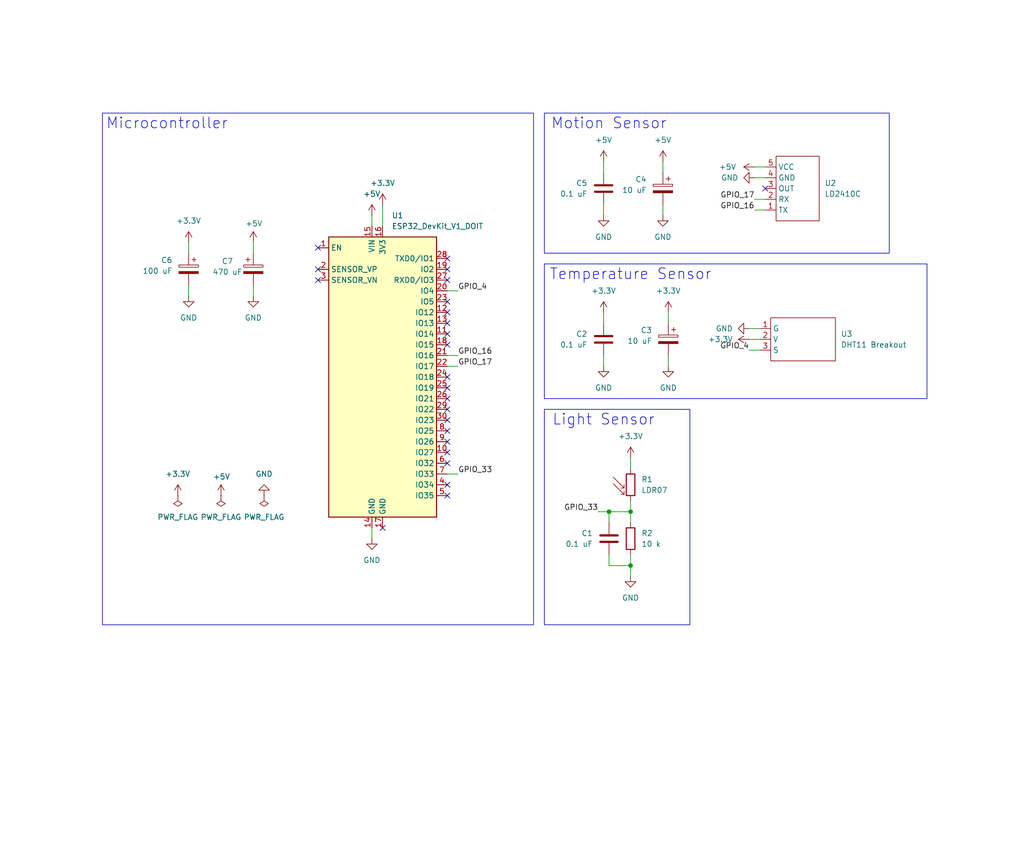
<source format=kicad_sch>
(kicad_sch
	(version 20250114)
	(generator "eeschema")
	(generator_version "9.0")
	(uuid "eea1d60d-8525-4cd1-b985-047be3f9f751")
	(paper "User" 241.3 203.2)
	(lib_symbols
		(symbol "DHT11 Breakout 3 pin:DHT11_Breakout"
			(exclude_from_sim no)
			(in_bom yes)
			(on_board yes)
			(property "Reference" "U"
				(at -4.064 3.81 0)
				(effects
					(font
						(size 1.27 1.27)
					)
				)
			)
			(property "Value" "DHT11 Breakout"
				(at 5.08 3.81 0)
				(effects
					(font
						(size 1.27 1.27)
					)
				)
			)
			(property "Footprint" "Connector_PinHeader_2.54mm:PinHeader_1x03_P2.54mm_Vertical"
				(at 0.254 -4.064 0)
				(effects
					(font
						(size 1.27 1.27)
					)
					(hide yes)
				)
			)
			(property "Datasheet" ""
				(at 0 0 0)
				(effects
					(font
						(size 1.27 1.27)
					)
					(hide yes)
				)
			)
			(property "Description" ""
				(at 0 0 0)
				(effects
					(font
						(size 1.27 1.27)
					)
					(hide yes)
				)
			)
			(symbol "DHT11_Breakout_0_1"
				(rectangle
					(start -5.08 2.54)
					(end 5.08 -12.7)
					(stroke
						(width 0)
						(type default)
					)
					(fill
						(type none)
					)
				)
			)
			(symbol "DHT11_Breakout_1_1"
				(pin power_in line
					(at -2.54 -15.24 90)
					(length 2.54)
					(name "G"
						(effects
							(font
								(size 1.27 1.27)
							)
						)
					)
					(number "1"
						(effects
							(font
								(size 1.27 1.27)
							)
						)
					)
				)
				(pin power_in line
					(at 0 -15.24 90)
					(length 2.54)
					(name "V"
						(effects
							(font
								(size 1.27 1.27)
							)
						)
					)
					(number "2"
						(effects
							(font
								(size 1.27 1.27)
							)
						)
					)
				)
				(pin output line
					(at 2.54 -15.24 90)
					(length 2.54)
					(name "S"
						(effects
							(font
								(size 1.27 1.27)
							)
						)
					)
					(number "3"
						(effects
							(font
								(size 1.27 1.27)
							)
						)
					)
				)
			)
			(embedded_fonts no)
		)
		(symbol "Device:C"
			(pin_numbers
				(hide yes)
			)
			(pin_names
				(offset 0.254)
			)
			(exclude_from_sim no)
			(in_bom yes)
			(on_board yes)
			(property "Reference" "C"
				(at 0.635 2.54 0)
				(effects
					(font
						(size 1.27 1.27)
					)
					(justify left)
				)
			)
			(property "Value" "C"
				(at 0.635 -2.54 0)
				(effects
					(font
						(size 1.27 1.27)
					)
					(justify left)
				)
			)
			(property "Footprint" ""
				(at 0.9652 -3.81 0)
				(effects
					(font
						(size 1.27 1.27)
					)
					(hide yes)
				)
			)
			(property "Datasheet" "~"
				(at 0 0 0)
				(effects
					(font
						(size 1.27 1.27)
					)
					(hide yes)
				)
			)
			(property "Description" "Unpolarized capacitor"
				(at 0 0 0)
				(effects
					(font
						(size 1.27 1.27)
					)
					(hide yes)
				)
			)
			(property "ki_keywords" "cap capacitor"
				(at 0 0 0)
				(effects
					(font
						(size 1.27 1.27)
					)
					(hide yes)
				)
			)
			(property "ki_fp_filters" "C_*"
				(at 0 0 0)
				(effects
					(font
						(size 1.27 1.27)
					)
					(hide yes)
				)
			)
			(symbol "C_0_1"
				(polyline
					(pts
						(xy -2.032 0.762) (xy 2.032 0.762)
					)
					(stroke
						(width 0.508)
						(type default)
					)
					(fill
						(type none)
					)
				)
				(polyline
					(pts
						(xy -2.032 -0.762) (xy 2.032 -0.762)
					)
					(stroke
						(width 0.508)
						(type default)
					)
					(fill
						(type none)
					)
				)
			)
			(symbol "C_1_1"
				(pin passive line
					(at 0 3.81 270)
					(length 2.794)
					(name "~"
						(effects
							(font
								(size 1.27 1.27)
							)
						)
					)
					(number "1"
						(effects
							(font
								(size 1.27 1.27)
							)
						)
					)
				)
				(pin passive line
					(at 0 -3.81 90)
					(length 2.794)
					(name "~"
						(effects
							(font
								(size 1.27 1.27)
							)
						)
					)
					(number "2"
						(effects
							(font
								(size 1.27 1.27)
							)
						)
					)
				)
			)
			(embedded_fonts no)
		)
		(symbol "Device:C_Polarized"
			(pin_numbers
				(hide yes)
			)
			(pin_names
				(offset 0.254)
			)
			(exclude_from_sim no)
			(in_bom yes)
			(on_board yes)
			(property "Reference" "C"
				(at 0.635 2.54 0)
				(effects
					(font
						(size 1.27 1.27)
					)
					(justify left)
				)
			)
			(property "Value" "C_Polarized"
				(at 0.635 -2.54 0)
				(effects
					(font
						(size 1.27 1.27)
					)
					(justify left)
				)
			)
			(property "Footprint" ""
				(at 0.9652 -3.81 0)
				(effects
					(font
						(size 1.27 1.27)
					)
					(hide yes)
				)
			)
			(property "Datasheet" "~"
				(at 0 0 0)
				(effects
					(font
						(size 1.27 1.27)
					)
					(hide yes)
				)
			)
			(property "Description" "Polarized capacitor"
				(at 0 0 0)
				(effects
					(font
						(size 1.27 1.27)
					)
					(hide yes)
				)
			)
			(property "ki_keywords" "cap capacitor"
				(at 0 0 0)
				(effects
					(font
						(size 1.27 1.27)
					)
					(hide yes)
				)
			)
			(property "ki_fp_filters" "CP_*"
				(at 0 0 0)
				(effects
					(font
						(size 1.27 1.27)
					)
					(hide yes)
				)
			)
			(symbol "C_Polarized_0_1"
				(rectangle
					(start -2.286 0.508)
					(end 2.286 1.016)
					(stroke
						(width 0)
						(type default)
					)
					(fill
						(type none)
					)
				)
				(polyline
					(pts
						(xy -1.778 2.286) (xy -0.762 2.286)
					)
					(stroke
						(width 0)
						(type default)
					)
					(fill
						(type none)
					)
				)
				(polyline
					(pts
						(xy -1.27 2.794) (xy -1.27 1.778)
					)
					(stroke
						(width 0)
						(type default)
					)
					(fill
						(type none)
					)
				)
				(rectangle
					(start 2.286 -0.508)
					(end -2.286 -1.016)
					(stroke
						(width 0)
						(type default)
					)
					(fill
						(type outline)
					)
				)
			)
			(symbol "C_Polarized_1_1"
				(pin passive line
					(at 0 3.81 270)
					(length 2.794)
					(name "~"
						(effects
							(font
								(size 1.27 1.27)
							)
						)
					)
					(number "1"
						(effects
							(font
								(size 1.27 1.27)
							)
						)
					)
				)
				(pin passive line
					(at 0 -3.81 90)
					(length 2.794)
					(name "~"
						(effects
							(font
								(size 1.27 1.27)
							)
						)
					)
					(number "2"
						(effects
							(font
								(size 1.27 1.27)
							)
						)
					)
				)
			)
			(embedded_fonts no)
		)
		(symbol "Device:R"
			(pin_numbers
				(hide yes)
			)
			(pin_names
				(offset 0)
			)
			(exclude_from_sim no)
			(in_bom yes)
			(on_board yes)
			(property "Reference" "R"
				(at 2.032 0 90)
				(effects
					(font
						(size 1.27 1.27)
					)
				)
			)
			(property "Value" "R"
				(at 0 0 90)
				(effects
					(font
						(size 1.27 1.27)
					)
				)
			)
			(property "Footprint" ""
				(at -1.778 0 90)
				(effects
					(font
						(size 1.27 1.27)
					)
					(hide yes)
				)
			)
			(property "Datasheet" "~"
				(at 0 0 0)
				(effects
					(font
						(size 1.27 1.27)
					)
					(hide yes)
				)
			)
			(property "Description" "Resistor"
				(at 0 0 0)
				(effects
					(font
						(size 1.27 1.27)
					)
					(hide yes)
				)
			)
			(property "ki_keywords" "R res resistor"
				(at 0 0 0)
				(effects
					(font
						(size 1.27 1.27)
					)
					(hide yes)
				)
			)
			(property "ki_fp_filters" "R_*"
				(at 0 0 0)
				(effects
					(font
						(size 1.27 1.27)
					)
					(hide yes)
				)
			)
			(symbol "R_0_1"
				(rectangle
					(start -1.016 -2.54)
					(end 1.016 2.54)
					(stroke
						(width 0.254)
						(type default)
					)
					(fill
						(type none)
					)
				)
			)
			(symbol "R_1_1"
				(pin passive line
					(at 0 3.81 270)
					(length 1.27)
					(name "~"
						(effects
							(font
								(size 1.27 1.27)
							)
						)
					)
					(number "1"
						(effects
							(font
								(size 1.27 1.27)
							)
						)
					)
				)
				(pin passive line
					(at 0 -3.81 90)
					(length 1.27)
					(name "~"
						(effects
							(font
								(size 1.27 1.27)
							)
						)
					)
					(number "2"
						(effects
							(font
								(size 1.27 1.27)
							)
						)
					)
				)
			)
			(embedded_fonts no)
		)
		(symbol "LD2410C KiCad Symbol:LD2410C"
			(exclude_from_sim no)
			(in_bom yes)
			(on_board yes)
			(property "Reference" "U"
				(at -5.08 -1.524 0)
				(effects
					(font
						(size 1.27 1.27)
					)
				)
			)
			(property "Value" "LD2410C"
				(at 2.794 -1.524 0)
				(effects
					(font
						(size 1.27 1.27)
					)
				)
			)
			(property "Footprint" "Connector_PinHeader_2.54mm:PinHeader_1x05_P2.54mm_Vertical"
				(at 0 0 0)
				(effects
					(font
						(size 1.27 1.27)
					)
					(hide yes)
				)
			)
			(property "Datasheet" ""
				(at 0 0 0)
				(effects
					(font
						(size 1.27 1.27)
					)
					(hide yes)
				)
			)
			(property "Description" ""
				(at 0 0 0)
				(effects
					(font
						(size 1.27 1.27)
					)
					(hide yes)
				)
			)
			(symbol "LD2410C_0_1"
				(rectangle
					(start -7.62 -2.54)
					(end 7.62 -12.7)
					(stroke
						(width 0)
						(type default)
					)
					(fill
						(type none)
					)
				)
			)
			(symbol "LD2410C_1_1"
				(pin power_in line
					(at -5.08 -15.24 90)
					(length 2.54)
					(name "VCC"
						(effects
							(font
								(size 1.27 1.27)
							)
						)
					)
					(number "5"
						(effects
							(font
								(size 1.27 1.27)
							)
						)
					)
				)
				(pin power_in line
					(at -2.54 -15.24 90)
					(length 2.54)
					(name "GND"
						(effects
							(font
								(size 1.27 1.27)
							)
						)
					)
					(number "4"
						(effects
							(font
								(size 1.27 1.27)
							)
						)
					)
				)
				(pin output line
					(at 0 -15.24 90)
					(length 2.54)
					(name "OUT"
						(effects
							(font
								(size 1.27 1.27)
							)
						)
					)
					(number "3"
						(effects
							(font
								(size 1.27 1.27)
							)
						)
					)
				)
				(pin input line
					(at 2.54 -15.24 90)
					(length 2.54)
					(name "RX"
						(effects
							(font
								(size 1.27 1.27)
							)
						)
					)
					(number "2"
						(effects
							(font
								(size 1.27 1.27)
							)
						)
					)
				)
				(pin output line
					(at 5.08 -15.24 90)
					(length 2.54)
					(name "TX"
						(effects
							(font
								(size 1.27 1.27)
							)
						)
					)
					(number "1"
						(effects
							(font
								(size 1.27 1.27)
							)
						)
					)
				)
			)
			(embedded_fonts no)
		)
		(symbol "Sensor_Optical:LDR07"
			(pin_numbers
				(hide yes)
			)
			(pin_names
				(offset 0)
			)
			(exclude_from_sim no)
			(in_bom yes)
			(on_board yes)
			(property "Reference" "R"
				(at -5.08 0 90)
				(effects
					(font
						(size 1.27 1.27)
					)
				)
			)
			(property "Value" "LDR07"
				(at 1.905 0 90)
				(effects
					(font
						(size 1.27 1.27)
					)
					(justify top)
				)
			)
			(property "Footprint" "OptoDevice:R_LDR_5.1x4.3mm_P3.4mm_Vertical"
				(at 4.445 0 90)
				(effects
					(font
						(size 1.27 1.27)
					)
					(hide yes)
				)
			)
			(property "Datasheet" "http://www.tme.eu/de/Document/f2e3ad76a925811312d226c31da4cd7e/LDR07.pdf"
				(at 0 -1.27 0)
				(effects
					(font
						(size 1.27 1.27)
					)
					(hide yes)
				)
			)
			(property "Description" "light dependent resistor"
				(at 0 0 0)
				(effects
					(font
						(size 1.27 1.27)
					)
					(hide yes)
				)
			)
			(property "ki_keywords" "light dependent photo resistor LDR"
				(at 0 0 0)
				(effects
					(font
						(size 1.27 1.27)
					)
					(hide yes)
				)
			)
			(property "ki_fp_filters" "R*LDR*5.1x4.3mm*P3.4mm*"
				(at 0 0 0)
				(effects
					(font
						(size 1.27 1.27)
					)
					(hide yes)
				)
			)
			(symbol "LDR07_0_1"
				(polyline
					(pts
						(xy -1.524 -0.762) (xy -4.064 1.778)
					)
					(stroke
						(width 0)
						(type default)
					)
					(fill
						(type none)
					)
				)
				(polyline
					(pts
						(xy -1.524 -0.762) (xy -2.286 -0.762)
					)
					(stroke
						(width 0)
						(type default)
					)
					(fill
						(type none)
					)
				)
				(polyline
					(pts
						(xy -1.524 -0.762) (xy -1.524 0)
					)
					(stroke
						(width 0)
						(type default)
					)
					(fill
						(type none)
					)
				)
				(polyline
					(pts
						(xy -1.524 -2.286) (xy -4.064 0.254)
					)
					(stroke
						(width 0)
						(type default)
					)
					(fill
						(type none)
					)
				)
				(polyline
					(pts
						(xy -1.524 -2.286) (xy -2.286 -2.286)
					)
					(stroke
						(width 0)
						(type default)
					)
					(fill
						(type none)
					)
				)
				(polyline
					(pts
						(xy -1.524 -2.286) (xy -1.524 -1.524)
					)
					(stroke
						(width 0)
						(type default)
					)
					(fill
						(type none)
					)
				)
				(rectangle
					(start -1.016 2.54)
					(end 1.016 -2.54)
					(stroke
						(width 0.254)
						(type default)
					)
					(fill
						(type none)
					)
				)
			)
			(symbol "LDR07_1_1"
				(pin passive line
					(at 0 3.81 270)
					(length 1.27)
					(name "~"
						(effects
							(font
								(size 1.27 1.27)
							)
						)
					)
					(number "1"
						(effects
							(font
								(size 1.27 1.27)
							)
						)
					)
				)
				(pin passive line
					(at 0 -3.81 90)
					(length 1.27)
					(name "~"
						(effects
							(font
								(size 1.27 1.27)
							)
						)
					)
					(number "2"
						(effects
							(font
								(size 1.27 1.27)
							)
						)
					)
				)
			)
			(embedded_fonts no)
		)
		(symbol "esp32_devkit_v1_doit:ESP32_DevKit_V1_DOIT"
			(exclude_from_sim no)
			(in_bom yes)
			(on_board yes)
			(property "Reference" "U"
				(at -11.43 34.29 0)
				(effects
					(font
						(size 1.27 1.27)
					)
				)
			)
			(property "Value" "ESP32_DevKit_V1_DOIT"
				(at 11.43 34.29 0)
				(effects
					(font
						(size 1.27 1.27)
					)
				)
			)
			(property "Footprint" "Personal:esp32_devkit_v1_doit"
				(at -11.43 34.29 0)
				(effects
					(font
						(size 1.27 1.27)
					)
					(hide yes)
				)
			)
			(property "Datasheet" ""
				(at -11.43 34.29 0)
				(effects
					(font
						(size 1.27 1.27)
					)
					(hide yes)
				)
			)
			(property "Description" "32-bit microcontroller module with WiFi and Bluetooth"
				(at 0 0 0)
				(effects
					(font
						(size 1.27 1.27)
					)
					(hide yes)
				)
			)
			(property "ki_keywords" "ESP32-WROOM-32 WiFi and Bluetooth microcontroller"
				(at 0 0 0)
				(effects
					(font
						(size 1.27 1.27)
					)
					(hide yes)
				)
			)
			(property "ki_fp_filters" "esp32?devkit?v1?doit*"
				(at 0 0 0)
				(effects
					(font
						(size 1.27 1.27)
					)
					(hide yes)
				)
			)
			(symbol "ESP32_DevKit_V1_DOIT_1_1"
				(rectangle
					(start -12.7 33.02)
					(end 12.7 -33.02)
					(stroke
						(width 0.254)
						(type default)
					)
					(fill
						(type background)
					)
				)
				(pin input line
					(at -15.24 30.48 0)
					(length 2.54)
					(name "EN"
						(effects
							(font
								(size 1.27 1.27)
							)
						)
					)
					(number "1"
						(effects
							(font
								(size 1.27 1.27)
							)
						)
					)
				)
				(pin input line
					(at -15.24 25.4 0)
					(length 2.54)
					(name "SENSOR_VP"
						(effects
							(font
								(size 1.27 1.27)
							)
						)
					)
					(number "2"
						(effects
							(font
								(size 1.27 1.27)
							)
						)
					)
				)
				(pin input line
					(at -15.24 22.86 0)
					(length 2.54)
					(name "SENSOR_VN"
						(effects
							(font
								(size 1.27 1.27)
							)
						)
					)
					(number "3"
						(effects
							(font
								(size 1.27 1.27)
							)
						)
					)
				)
				(pin power_in line
					(at -2.54 35.56 270)
					(length 2.54)
					(name "VIN"
						(effects
							(font
								(size 1.27 1.27)
							)
						)
					)
					(number "15"
						(effects
							(font
								(size 1.27 1.27)
							)
						)
					)
				)
				(pin power_in line
					(at -2.54 -35.56 90)
					(length 2.54)
					(name "GND"
						(effects
							(font
								(size 1.27 1.27)
							)
						)
					)
					(number "14"
						(effects
							(font
								(size 1.27 1.27)
							)
						)
					)
				)
				(pin power_in line
					(at 0 35.56 270)
					(length 2.54)
					(name "3V3"
						(effects
							(font
								(size 1.27 1.27)
							)
						)
					)
					(number "16"
						(effects
							(font
								(size 1.27 1.27)
							)
						)
					)
				)
				(pin power_in line
					(at 0 -35.56 90)
					(length 2.54)
					(name "GND"
						(effects
							(font
								(size 1.27 1.27)
							)
						)
					)
					(number "17"
						(effects
							(font
								(size 1.27 1.27)
							)
						)
					)
				)
				(pin bidirectional line
					(at 15.24 27.94 180)
					(length 2.54)
					(name "TXD0/IO1"
						(effects
							(font
								(size 1.27 1.27)
							)
						)
					)
					(number "28"
						(effects
							(font
								(size 1.27 1.27)
							)
						)
					)
				)
				(pin bidirectional line
					(at 15.24 25.4 180)
					(length 2.54)
					(name "IO2"
						(effects
							(font
								(size 1.27 1.27)
							)
						)
					)
					(number "19"
						(effects
							(font
								(size 1.27 1.27)
							)
						)
					)
				)
				(pin bidirectional line
					(at 15.24 22.86 180)
					(length 2.54)
					(name "RXD0/IO3"
						(effects
							(font
								(size 1.27 1.27)
							)
						)
					)
					(number "27"
						(effects
							(font
								(size 1.27 1.27)
							)
						)
					)
				)
				(pin bidirectional line
					(at 15.24 20.32 180)
					(length 2.54)
					(name "IO4"
						(effects
							(font
								(size 1.27 1.27)
							)
						)
					)
					(number "20"
						(effects
							(font
								(size 1.27 1.27)
							)
						)
					)
				)
				(pin bidirectional line
					(at 15.24 17.78 180)
					(length 2.54)
					(name "IO5"
						(effects
							(font
								(size 1.27 1.27)
							)
						)
					)
					(number "23"
						(effects
							(font
								(size 1.27 1.27)
							)
						)
					)
				)
				(pin bidirectional line
					(at 15.24 15.24 180)
					(length 2.54)
					(name "IO12"
						(effects
							(font
								(size 1.27 1.27)
							)
						)
					)
					(number "12"
						(effects
							(font
								(size 1.27 1.27)
							)
						)
					)
				)
				(pin bidirectional line
					(at 15.24 12.7 180)
					(length 2.54)
					(name "IO13"
						(effects
							(font
								(size 1.27 1.27)
							)
						)
					)
					(number "13"
						(effects
							(font
								(size 1.27 1.27)
							)
						)
					)
				)
				(pin bidirectional line
					(at 15.24 10.16 180)
					(length 2.54)
					(name "IO14"
						(effects
							(font
								(size 1.27 1.27)
							)
						)
					)
					(number "11"
						(effects
							(font
								(size 1.27 1.27)
							)
						)
					)
				)
				(pin bidirectional line
					(at 15.24 7.62 180)
					(length 2.54)
					(name "IO15"
						(effects
							(font
								(size 1.27 1.27)
							)
						)
					)
					(number "18"
						(effects
							(font
								(size 1.27 1.27)
							)
						)
					)
				)
				(pin bidirectional line
					(at 15.24 5.08 180)
					(length 2.54)
					(name "IO16"
						(effects
							(font
								(size 1.27 1.27)
							)
						)
					)
					(number "21"
						(effects
							(font
								(size 1.27 1.27)
							)
						)
					)
				)
				(pin bidirectional line
					(at 15.24 2.54 180)
					(length 2.54)
					(name "IO17"
						(effects
							(font
								(size 1.27 1.27)
							)
						)
					)
					(number "22"
						(effects
							(font
								(size 1.27 1.27)
							)
						)
					)
				)
				(pin bidirectional line
					(at 15.24 0 180)
					(length 2.54)
					(name "IO18"
						(effects
							(font
								(size 1.27 1.27)
							)
						)
					)
					(number "24"
						(effects
							(font
								(size 1.27 1.27)
							)
						)
					)
				)
				(pin bidirectional line
					(at 15.24 -2.54 180)
					(length 2.54)
					(name "IO19"
						(effects
							(font
								(size 1.27 1.27)
							)
						)
					)
					(number "25"
						(effects
							(font
								(size 1.27 1.27)
							)
						)
					)
				)
				(pin bidirectional line
					(at 15.24 -5.08 180)
					(length 2.54)
					(name "IO21"
						(effects
							(font
								(size 1.27 1.27)
							)
						)
					)
					(number "26"
						(effects
							(font
								(size 1.27 1.27)
							)
						)
					)
				)
				(pin bidirectional line
					(at 15.24 -7.62 180)
					(length 2.54)
					(name "IO22"
						(effects
							(font
								(size 1.27 1.27)
							)
						)
					)
					(number "29"
						(effects
							(font
								(size 1.27 1.27)
							)
						)
					)
				)
				(pin bidirectional line
					(at 15.24 -10.16 180)
					(length 2.54)
					(name "IO23"
						(effects
							(font
								(size 1.27 1.27)
							)
						)
					)
					(number "30"
						(effects
							(font
								(size 1.27 1.27)
							)
						)
					)
				)
				(pin bidirectional line
					(at 15.24 -12.7 180)
					(length 2.54)
					(name "IO25"
						(effects
							(font
								(size 1.27 1.27)
							)
						)
					)
					(number "8"
						(effects
							(font
								(size 1.27 1.27)
							)
						)
					)
				)
				(pin bidirectional line
					(at 15.24 -15.24 180)
					(length 2.54)
					(name "IO26"
						(effects
							(font
								(size 1.27 1.27)
							)
						)
					)
					(number "9"
						(effects
							(font
								(size 1.27 1.27)
							)
						)
					)
				)
				(pin bidirectional line
					(at 15.24 -17.78 180)
					(length 2.54)
					(name "IO27"
						(effects
							(font
								(size 1.27 1.27)
							)
						)
					)
					(number "10"
						(effects
							(font
								(size 1.27 1.27)
							)
						)
					)
				)
				(pin bidirectional line
					(at 15.24 -20.32 180)
					(length 2.54)
					(name "IO32"
						(effects
							(font
								(size 1.27 1.27)
							)
						)
					)
					(number "6"
						(effects
							(font
								(size 1.27 1.27)
							)
						)
					)
				)
				(pin bidirectional line
					(at 15.24 -22.86 180)
					(length 2.54)
					(name "IO33"
						(effects
							(font
								(size 1.27 1.27)
							)
						)
					)
					(number "7"
						(effects
							(font
								(size 1.27 1.27)
							)
						)
					)
				)
				(pin input line
					(at 15.24 -25.4 180)
					(length 2.54)
					(name "IO34"
						(effects
							(font
								(size 1.27 1.27)
							)
						)
					)
					(number "4"
						(effects
							(font
								(size 1.27 1.27)
							)
						)
					)
				)
				(pin input line
					(at 15.24 -27.94 180)
					(length 2.54)
					(name "IO35"
						(effects
							(font
								(size 1.27 1.27)
							)
						)
					)
					(number "5"
						(effects
							(font
								(size 1.27 1.27)
							)
						)
					)
				)
			)
			(embedded_fonts no)
		)
		(symbol "power:+3.3V"
			(power)
			(pin_numbers
				(hide yes)
			)
			(pin_names
				(offset 0)
				(hide yes)
			)
			(exclude_from_sim no)
			(in_bom yes)
			(on_board yes)
			(property "Reference" "#PWR"
				(at 0 -3.81 0)
				(effects
					(font
						(size 1.27 1.27)
					)
					(hide yes)
				)
			)
			(property "Value" "+3.3V"
				(at 0 3.556 0)
				(effects
					(font
						(size 1.27 1.27)
					)
				)
			)
			(property "Footprint" ""
				(at 0 0 0)
				(effects
					(font
						(size 1.27 1.27)
					)
					(hide yes)
				)
			)
			(property "Datasheet" ""
				(at 0 0 0)
				(effects
					(font
						(size 1.27 1.27)
					)
					(hide yes)
				)
			)
			(property "Description" "Power symbol creates a global label with name \"+3.3V\""
				(at 0 0 0)
				(effects
					(font
						(size 1.27 1.27)
					)
					(hide yes)
				)
			)
			(property "ki_keywords" "global power"
				(at 0 0 0)
				(effects
					(font
						(size 1.27 1.27)
					)
					(hide yes)
				)
			)
			(symbol "+3.3V_0_1"
				(polyline
					(pts
						(xy -0.762 1.27) (xy 0 2.54)
					)
					(stroke
						(width 0)
						(type default)
					)
					(fill
						(type none)
					)
				)
				(polyline
					(pts
						(xy 0 2.54) (xy 0.762 1.27)
					)
					(stroke
						(width 0)
						(type default)
					)
					(fill
						(type none)
					)
				)
				(polyline
					(pts
						(xy 0 0) (xy 0 2.54)
					)
					(stroke
						(width 0)
						(type default)
					)
					(fill
						(type none)
					)
				)
			)
			(symbol "+3.3V_1_1"
				(pin power_in line
					(at 0 0 90)
					(length 0)
					(name "~"
						(effects
							(font
								(size 1.27 1.27)
							)
						)
					)
					(number "1"
						(effects
							(font
								(size 1.27 1.27)
							)
						)
					)
				)
			)
			(embedded_fonts no)
		)
		(symbol "power:+5V"
			(power)
			(pin_numbers
				(hide yes)
			)
			(pin_names
				(offset 0)
				(hide yes)
			)
			(exclude_from_sim no)
			(in_bom yes)
			(on_board yes)
			(property "Reference" "#PWR"
				(at 0 -3.81 0)
				(effects
					(font
						(size 1.27 1.27)
					)
					(hide yes)
				)
			)
			(property "Value" "+5V"
				(at 0 3.556 0)
				(effects
					(font
						(size 1.27 1.27)
					)
				)
			)
			(property "Footprint" ""
				(at 0 0 0)
				(effects
					(font
						(size 1.27 1.27)
					)
					(hide yes)
				)
			)
			(property "Datasheet" ""
				(at 0 0 0)
				(effects
					(font
						(size 1.27 1.27)
					)
					(hide yes)
				)
			)
			(property "Description" "Power symbol creates a global label with name \"+5V\""
				(at 0 0 0)
				(effects
					(font
						(size 1.27 1.27)
					)
					(hide yes)
				)
			)
			(property "ki_keywords" "global power"
				(at 0 0 0)
				(effects
					(font
						(size 1.27 1.27)
					)
					(hide yes)
				)
			)
			(symbol "+5V_0_1"
				(polyline
					(pts
						(xy -0.762 1.27) (xy 0 2.54)
					)
					(stroke
						(width 0)
						(type default)
					)
					(fill
						(type none)
					)
				)
				(polyline
					(pts
						(xy 0 2.54) (xy 0.762 1.27)
					)
					(stroke
						(width 0)
						(type default)
					)
					(fill
						(type none)
					)
				)
				(polyline
					(pts
						(xy 0 0) (xy 0 2.54)
					)
					(stroke
						(width 0)
						(type default)
					)
					(fill
						(type none)
					)
				)
			)
			(symbol "+5V_1_1"
				(pin power_in line
					(at 0 0 90)
					(length 0)
					(name "~"
						(effects
							(font
								(size 1.27 1.27)
							)
						)
					)
					(number "1"
						(effects
							(font
								(size 1.27 1.27)
							)
						)
					)
				)
			)
			(embedded_fonts no)
		)
		(symbol "power:GND"
			(power)
			(pin_numbers
				(hide yes)
			)
			(pin_names
				(offset 0)
				(hide yes)
			)
			(exclude_from_sim no)
			(in_bom yes)
			(on_board yes)
			(property "Reference" "#PWR"
				(at 0 -6.35 0)
				(effects
					(font
						(size 1.27 1.27)
					)
					(hide yes)
				)
			)
			(property "Value" "GND"
				(at 0 -3.81 0)
				(effects
					(font
						(size 1.27 1.27)
					)
				)
			)
			(property "Footprint" ""
				(at 0 0 0)
				(effects
					(font
						(size 1.27 1.27)
					)
					(hide yes)
				)
			)
			(property "Datasheet" ""
				(at 0 0 0)
				(effects
					(font
						(size 1.27 1.27)
					)
					(hide yes)
				)
			)
			(property "Description" "Power symbol creates a global label with name \"GND\" , ground"
				(at 0 0 0)
				(effects
					(font
						(size 1.27 1.27)
					)
					(hide yes)
				)
			)
			(property "ki_keywords" "global power"
				(at 0 0 0)
				(effects
					(font
						(size 1.27 1.27)
					)
					(hide yes)
				)
			)
			(symbol "GND_0_1"
				(polyline
					(pts
						(xy 0 0) (xy 0 -1.27) (xy 1.27 -1.27) (xy 0 -2.54) (xy -1.27 -1.27) (xy 0 -1.27)
					)
					(stroke
						(width 0)
						(type default)
					)
					(fill
						(type none)
					)
				)
			)
			(symbol "GND_1_1"
				(pin power_in line
					(at 0 0 270)
					(length 0)
					(name "~"
						(effects
							(font
								(size 1.27 1.27)
							)
						)
					)
					(number "1"
						(effects
							(font
								(size 1.27 1.27)
							)
						)
					)
				)
			)
			(embedded_fonts no)
		)
		(symbol "power:PWR_FLAG"
			(power)
			(pin_numbers
				(hide yes)
			)
			(pin_names
				(offset 0)
				(hide yes)
			)
			(exclude_from_sim no)
			(in_bom yes)
			(on_board yes)
			(property "Reference" "#FLG"
				(at 0 1.905 0)
				(effects
					(font
						(size 1.27 1.27)
					)
					(hide yes)
				)
			)
			(property "Value" "PWR_FLAG"
				(at 0 3.81 0)
				(effects
					(font
						(size 1.27 1.27)
					)
				)
			)
			(property "Footprint" ""
				(at 0 0 0)
				(effects
					(font
						(size 1.27 1.27)
					)
					(hide yes)
				)
			)
			(property "Datasheet" "~"
				(at 0 0 0)
				(effects
					(font
						(size 1.27 1.27)
					)
					(hide yes)
				)
			)
			(property "Description" "Special symbol for telling ERC where power comes from"
				(at 0 0 0)
				(effects
					(font
						(size 1.27 1.27)
					)
					(hide yes)
				)
			)
			(property "ki_keywords" "flag power"
				(at 0 0 0)
				(effects
					(font
						(size 1.27 1.27)
					)
					(hide yes)
				)
			)
			(symbol "PWR_FLAG_0_0"
				(pin power_out line
					(at 0 0 90)
					(length 0)
					(name "~"
						(effects
							(font
								(size 1.27 1.27)
							)
						)
					)
					(number "1"
						(effects
							(font
								(size 1.27 1.27)
							)
						)
					)
				)
			)
			(symbol "PWR_FLAG_0_1"
				(polyline
					(pts
						(xy 0 0) (xy 0 1.27) (xy -1.016 1.905) (xy 0 2.54) (xy 1.016 1.905) (xy 0 1.27)
					)
					(stroke
						(width 0)
						(type default)
					)
					(fill
						(type none)
					)
				)
			)
			(embedded_fonts no)
		)
	)
	(rectangle
		(start 128.27 62.23)
		(end 218.44 93.98)
		(stroke
			(width 0)
			(type default)
		)
		(fill
			(type none)
		)
		(uuid 8b76b8e9-a254-4a6e-bd48-11e4a6503b68)
	)
	(rectangle
		(start 128.27 26.67)
		(end 209.55 59.69)
		(stroke
			(width 0)
			(type default)
		)
		(fill
			(type none)
		)
		(uuid 9b24577f-e561-471f-a003-83f4cc6ab1d4)
	)
	(rectangle
		(start 24.13 26.67)
		(end 125.73 147.32)
		(stroke
			(width 0)
			(type default)
		)
		(fill
			(type none)
		)
		(uuid ccdfb27a-b752-47ca-8999-23876ae5e36a)
	)
	(rectangle
		(start 128.27 96.52)
		(end 162.56 147.32)
		(stroke
			(width 0)
			(type default)
		)
		(fill
			(type none)
		)
		(uuid f17322da-02fe-4c71-a905-7e9195e0415b)
	)
	(text "Motion Sensor"
		(exclude_from_sim no)
		(at 143.51 29.21 0)
		(effects
			(font
				(size 2.54 2.54)
			)
		)
		(uuid "22bbb0e3-4d8e-4b68-83e5-6d19820fdeb4")
	)
	(text "Light Sensor"
		(exclude_from_sim no)
		(at 142.24 99.06 0)
		(effects
			(font
				(size 2.54 2.54)
			)
		)
		(uuid "4b220703-8a00-40c3-b84b-d61aeaaec563")
	)
	(text "Temperature Sensor"
		(exclude_from_sim no)
		(at 148.59 64.77 0)
		(effects
			(font
				(size 2.54 2.54)
			)
		)
		(uuid "9b3237e8-e75f-4dfe-895f-31ce69a43665")
	)
	(text "Microcontroller"
		(exclude_from_sim no)
		(at 39.37 29.21 0)
		(effects
			(font
				(size 2.54 2.54)
			)
		)
		(uuid "b5e8aa05-37e3-40ea-8e26-b494d48bd501")
	)
	(junction
		(at 143.51 120.65)
		(diameter 0)
		(color 0 0 0 0)
		(uuid "45eb26ee-d636-433b-a850-a6ebec3f6802")
	)
	(junction
		(at 148.59 133.35)
		(diameter 0)
		(color 0 0 0 0)
		(uuid "4e432663-a91f-4abb-a185-83ff2da642fa")
	)
	(junction
		(at 148.59 120.65)
		(diameter 0)
		(color 0 0 0 0)
		(uuid "b10109ee-4af7-43e5-b7cd-edc1c504068d")
	)
	(no_connect
		(at 74.93 58.42)
		(uuid "03858a2e-8484-4770-9523-8c13d362f64e")
	)
	(no_connect
		(at 105.41 81.28)
		(uuid "04d9b49f-39d6-458b-927e-f6f8e56a769f")
	)
	(no_connect
		(at 105.41 114.3)
		(uuid "058a3451-0d34-41c9-b287-aa44422b2eab")
	)
	(no_connect
		(at 105.41 76.2)
		(uuid "0e9b0541-7e3a-4e7b-b413-4297e2fbdf21")
	)
	(no_connect
		(at 105.41 101.6)
		(uuid "1a950f4c-40b5-4d14-a75a-64e87aa6806d")
	)
	(no_connect
		(at 105.41 116.84)
		(uuid "2ca625b9-eb4b-499a-bfbc-5e75de1bd60b")
	)
	(no_connect
		(at 74.93 66.04)
		(uuid "2cb150ee-9347-4c2b-85c3-eaa21c58390d")
	)
	(no_connect
		(at 105.41 73.66)
		(uuid "3680d6bd-2032-449b-af2b-8461b5cf0c67")
	)
	(no_connect
		(at 105.41 88.9)
		(uuid "378a29a1-2066-4c56-8c29-feb358189ffe")
	)
	(no_connect
		(at 105.41 96.52)
		(uuid "41db6410-4550-4ac2-9939-1a8c0e5b0cbd")
	)
	(no_connect
		(at 90.17 124.46)
		(uuid "5a723fe3-0055-477b-b931-cca15b6f5fd8")
	)
	(no_connect
		(at 105.41 66.04)
		(uuid "690e14c6-6cab-4f66-bb95-3fc8cf122d2f")
	)
	(no_connect
		(at 105.41 60.96)
		(uuid "6d87587d-f369-4bbb-9f5c-32e66d1ac4e2")
	)
	(no_connect
		(at 105.41 71.12)
		(uuid "924fc438-8e89-4fb2-8049-19605adf4c9d")
	)
	(no_connect
		(at 105.41 78.74)
		(uuid "ac2afc96-c7ba-46eb-90d3-509f579c1aba")
	)
	(no_connect
		(at 105.41 63.5)
		(uuid "b0bbb6c9-d1f9-4962-940e-fd88b2dfaa42")
	)
	(no_connect
		(at 105.41 99.06)
		(uuid "b33fcd1d-844f-4b2e-82d5-c2e483422cae")
	)
	(no_connect
		(at 105.41 93.98)
		(uuid "c25da616-4dd8-4f7d-af19-4647919a8a2d")
	)
	(no_connect
		(at 105.41 109.22)
		(uuid "c60e096c-d409-4acc-9e74-cd4071ffc286")
	)
	(no_connect
		(at 105.41 106.68)
		(uuid "d8807de2-3e61-40c1-8efa-78073ff87c7e")
	)
	(no_connect
		(at 180.34 44.45)
		(uuid "d89c6a4e-4aaa-453b-8d86-c6e9ee3bd413")
	)
	(no_connect
		(at 105.41 104.14)
		(uuid "eb4a7c3c-f220-4dbd-9616-3bfda575b3a3")
	)
	(no_connect
		(at 105.41 91.44)
		(uuid "f94ef6ab-d440-4279-8277-a5e6e35cd955")
	)
	(no_connect
		(at 74.93 63.5)
		(uuid "ff55cd69-b250-4d71-8eff-e0a4a25965f0")
	)
	(wire
		(pts
			(xy 177.8 46.99) (xy 180.34 46.99)
		)
		(stroke
			(width 0)
			(type default)
		)
		(uuid "0b5e1c4a-5d6b-4aac-a8f2-a18b18f2ca3a")
	)
	(wire
		(pts
			(xy 148.59 107.95) (xy 148.59 110.49)
		)
		(stroke
			(width 0)
			(type default)
		)
		(uuid "16cc685a-5574-444e-a73f-f414933b2dcd")
	)
	(wire
		(pts
			(xy 59.69 69.85) (xy 59.69 67.31)
		)
		(stroke
			(width 0)
			(type default)
		)
		(uuid "190768ed-06db-46c6-8fa6-8249f4843d61")
	)
	(wire
		(pts
			(xy 142.24 48.26) (xy 142.24 50.8)
		)
		(stroke
			(width 0)
			(type default)
		)
		(uuid "28ae3e38-5d4a-4b86-9e08-3340970ed180")
	)
	(wire
		(pts
			(xy 143.51 130.81) (xy 143.51 133.35)
		)
		(stroke
			(width 0)
			(type default)
		)
		(uuid "2aa907bd-d017-46c5-ace1-390b5c9e9d93")
	)
	(wire
		(pts
			(xy 107.95 83.82) (xy 105.41 83.82)
		)
		(stroke
			(width 0)
			(type default)
		)
		(uuid "2e75ad7d-0bbb-4eea-88f3-520a3812b4a0")
	)
	(wire
		(pts
			(xy 44.45 57.15) (xy 44.45 59.69)
		)
		(stroke
			(width 0)
			(type default)
		)
		(uuid "36a1073c-5213-4910-b2b3-61247ad6daf1")
	)
	(wire
		(pts
			(xy 143.51 120.65) (xy 143.51 123.19)
		)
		(stroke
			(width 0)
			(type default)
		)
		(uuid "38576113-b4ec-452b-9c6c-86296eac8bec")
	)
	(wire
		(pts
			(xy 180.34 41.91) (xy 177.8 41.91)
		)
		(stroke
			(width 0)
			(type default)
		)
		(uuid "4907e48a-4f61-4075-a0e0-b92d78a8c452")
	)
	(wire
		(pts
			(xy 176.53 80.01) (xy 179.07 80.01)
		)
		(stroke
			(width 0)
			(type default)
		)
		(uuid "49aca5c4-e874-497a-b034-638dfedefc11")
	)
	(wire
		(pts
			(xy 179.07 77.47) (xy 176.53 77.47)
		)
		(stroke
			(width 0)
			(type default)
		)
		(uuid "4b074a9c-496b-4d9e-abe7-f135e6d9c218")
	)
	(wire
		(pts
			(xy 87.63 50.8) (xy 87.63 53.34)
		)
		(stroke
			(width 0)
			(type default)
		)
		(uuid "4b5cbd27-1b3a-4ccd-b55c-533d193aaad1")
	)
	(wire
		(pts
			(xy 148.59 118.11) (xy 148.59 120.65)
		)
		(stroke
			(width 0)
			(type default)
		)
		(uuid "4fc5a48c-7fe5-4105-958f-9eb37f78dcda")
	)
	(wire
		(pts
			(xy 142.24 73.66) (xy 142.24 76.2)
		)
		(stroke
			(width 0)
			(type default)
		)
		(uuid "53f03bb9-fe9e-4b6e-ac00-35001cc21712")
	)
	(wire
		(pts
			(xy 148.59 120.65) (xy 148.59 123.19)
		)
		(stroke
			(width 0)
			(type default)
		)
		(uuid "6cf21666-d5dd-46d6-ae50-1f4285d16d21")
	)
	(wire
		(pts
			(xy 59.69 57.15) (xy 59.69 59.69)
		)
		(stroke
			(width 0)
			(type default)
		)
		(uuid "711a3336-cba0-4aee-ba7f-1f5140d765bd")
	)
	(wire
		(pts
			(xy 107.95 111.76) (xy 105.41 111.76)
		)
		(stroke
			(width 0)
			(type default)
		)
		(uuid "714d8294-dae8-4727-b56c-2dcbc7820c7f")
	)
	(wire
		(pts
			(xy 157.48 83.82) (xy 157.48 86.36)
		)
		(stroke
			(width 0)
			(type default)
		)
		(uuid "7a208023-f7f0-441c-a129-a623bfd96df4")
	)
	(wire
		(pts
			(xy 107.95 86.36) (xy 105.41 86.36)
		)
		(stroke
			(width 0)
			(type default)
		)
		(uuid "82025021-c25c-404b-b45f-d41f48140724")
	)
	(wire
		(pts
			(xy 156.21 48.26) (xy 156.21 50.8)
		)
		(stroke
			(width 0)
			(type default)
		)
		(uuid "889189fd-c96d-4d96-bec0-b09408f3cf63")
	)
	(wire
		(pts
			(xy 143.51 120.65) (xy 148.59 120.65)
		)
		(stroke
			(width 0)
			(type default)
		)
		(uuid "8c717e24-f601-40a9-b549-8be0d4c08506")
	)
	(wire
		(pts
			(xy 148.59 130.81) (xy 148.59 133.35)
		)
		(stroke
			(width 0)
			(type default)
		)
		(uuid "8de2c674-16a4-4888-8bf8-4cb8e99ccf45")
	)
	(wire
		(pts
			(xy 87.63 124.46) (xy 87.63 127)
		)
		(stroke
			(width 0)
			(type default)
		)
		(uuid "8eae0e22-652e-42fa-b151-db9130b8f1c0")
	)
	(wire
		(pts
			(xy 142.24 83.82) (xy 142.24 86.36)
		)
		(stroke
			(width 0)
			(type default)
		)
		(uuid "a889e08f-7c39-4283-befe-b951ea1ee4a8")
	)
	(wire
		(pts
			(xy 176.53 82.55) (xy 179.07 82.55)
		)
		(stroke
			(width 0)
			(type default)
		)
		(uuid "b485514a-e991-418d-b979-116252a22d4a")
	)
	(wire
		(pts
			(xy 107.95 68.58) (xy 105.41 68.58)
		)
		(stroke
			(width 0)
			(type default)
		)
		(uuid "b5af6a9f-5ad1-4e45-85af-197f3d03661d")
	)
	(wire
		(pts
			(xy 156.21 38.1) (xy 156.21 40.64)
		)
		(stroke
			(width 0)
			(type default)
		)
		(uuid "b700633a-578e-4cd3-aed8-e62546a2113e")
	)
	(wire
		(pts
			(xy 177.8 39.37) (xy 180.34 39.37)
		)
		(stroke
			(width 0)
			(type default)
		)
		(uuid "d05e5f64-7d97-47aa-a9bb-3bdbb7065bd8")
	)
	(wire
		(pts
			(xy 44.45 67.31) (xy 44.45 69.85)
		)
		(stroke
			(width 0)
			(type default)
		)
		(uuid "d68b5264-05da-426b-b04c-f8790c64ad1a")
	)
	(wire
		(pts
			(xy 177.8 49.53) (xy 180.34 49.53)
		)
		(stroke
			(width 0)
			(type default)
		)
		(uuid "d9411bb7-ab6a-4397-9f65-814bdef27866")
	)
	(wire
		(pts
			(xy 90.17 48.26) (xy 90.17 53.34)
		)
		(stroke
			(width 0)
			(type default)
		)
		(uuid "e415791d-32c1-4db4-8642-6567a06d6461")
	)
	(wire
		(pts
			(xy 140.97 120.65) (xy 143.51 120.65)
		)
		(stroke
			(width 0)
			(type default)
		)
		(uuid "f2bceed7-082b-43cf-9f5c-6d5c92c7e2df")
	)
	(wire
		(pts
			(xy 148.59 133.35) (xy 148.59 135.89)
		)
		(stroke
			(width 0)
			(type default)
		)
		(uuid "f41df454-6924-454b-a6ef-38c7abfea53f")
	)
	(wire
		(pts
			(xy 143.51 133.35) (xy 148.59 133.35)
		)
		(stroke
			(width 0)
			(type default)
		)
		(uuid "f70ea6fa-02f2-4f0d-9754-78ba5d9ea481")
	)
	(wire
		(pts
			(xy 142.24 38.1) (xy 142.24 40.64)
		)
		(stroke
			(width 0)
			(type default)
		)
		(uuid "fbc0784d-f078-4337-b212-8c1161e30db0")
	)
	(wire
		(pts
			(xy 157.48 73.66) (xy 157.48 76.2)
		)
		(stroke
			(width 0)
			(type default)
		)
		(uuid "febd28d8-1d23-43f3-88af-828cce930546")
	)
	(label "GPIO_33"
		(at 107.95 111.76 0)
		(effects
			(font
				(size 1.27 1.27)
			)
			(justify left bottom)
		)
		(uuid "39cd5709-9532-4f05-8c7a-0e5bbc7f86a6")
	)
	(label "GPIO_4"
		(at 107.95 68.58 0)
		(effects
			(font
				(size 1.27 1.27)
			)
			(justify left bottom)
		)
		(uuid "4e889928-ce87-4397-a7b9-77c80945a117")
	)
	(label "GPIO_4"
		(at 176.53 82.55 180)
		(effects
			(font
				(size 1.27 1.27)
			)
			(justify right bottom)
		)
		(uuid "75e7c67b-bc18-4fa0-9be1-cc1eb6cc52fa")
	)
	(label "GPIO_33"
		(at 140.97 120.65 180)
		(effects
			(font
				(size 1.27 1.27)
			)
			(justify right bottom)
		)
		(uuid "84080edc-5f4d-4395-a072-f01c3d78e8df")
	)
	(label "GPIO_17"
		(at 177.8 46.99 180)
		(effects
			(font
				(size 1.27 1.27)
			)
			(justify right bottom)
		)
		(uuid "ab74c9fc-ad79-4f61-a43d-4b60e8a513bb")
	)
	(label "GPIO_17"
		(at 107.95 86.36 0)
		(effects
			(font
				(size 1.27 1.27)
			)
			(justify left bottom)
		)
		(uuid "b9bffabe-edfc-4805-aac7-e949bb27c6a0")
	)
	(label "GPIO_16"
		(at 107.95 83.82 0)
		(effects
			(font
				(size 1.27 1.27)
			)
			(justify left bottom)
		)
		(uuid "f5506eff-b870-4cf3-b325-ea6a6f00367f")
	)
	(label "GPIO_16"
		(at 177.8 49.53 180)
		(effects
			(font
				(size 1.27 1.27)
			)
			(justify right bottom)
		)
		(uuid "ffc38026-84f2-4b9e-b0e0-d19d6da162c6")
	)
	(symbol
		(lib_id "Device:C_Polarized")
		(at 157.48 80.01 0)
		(mirror y)
		(unit 1)
		(exclude_from_sim no)
		(in_bom yes)
		(on_board yes)
		(dnp no)
		(uuid "01872481-3e40-4091-8ea7-988abda1a6f5")
		(property "Reference" "C3"
			(at 153.67 77.8509 0)
			(effects
				(font
					(size 1.27 1.27)
				)
				(justify left)
			)
		)
		(property "Value" "10 uF"
			(at 153.67 80.3909 0)
			(effects
				(font
					(size 1.27 1.27)
				)
				(justify left)
			)
		)
		(property "Footprint" ""
			(at 156.5148 83.82 0)
			(effects
				(font
					(size 1.27 1.27)
				)
				(hide yes)
			)
		)
		(property "Datasheet" "~"
			(at 157.48 80.01 0)
			(effects
				(font
					(size 1.27 1.27)
				)
				(hide yes)
			)
		)
		(property "Description" "Polarized capacitor"
			(at 157.48 80.01 0)
			(effects
				(font
					(size 1.27 1.27)
				)
				(hide yes)
			)
		)
		(pin "2"
			(uuid "f198ccbc-ed2a-4487-a3d5-6770b746c167")
		)
		(pin "1"
			(uuid "beff8a38-f257-49d5-a6e2-54a2effaa0e9")
		)
		(instances
			(project ""
				(path "/eea1d60d-8525-4cd1-b985-047be3f9f751"
					(reference "C3")
					(unit 1)
				)
			)
		)
	)
	(symbol
		(lib_id "Device:C")
		(at 142.24 80.01 0)
		(mirror x)
		(unit 1)
		(exclude_from_sim no)
		(in_bom yes)
		(on_board yes)
		(dnp no)
		(uuid "041f9eed-92c6-4cc5-a193-5aac8db3c17b")
		(property "Reference" "C2"
			(at 138.43 78.7399 0)
			(effects
				(font
					(size 1.27 1.27)
				)
				(justify right)
			)
		)
		(property "Value" "0.1 uF"
			(at 138.43 81.2799 0)
			(effects
				(font
					(size 1.27 1.27)
				)
				(justify right)
			)
		)
		(property "Footprint" ""
			(at 143.2052 76.2 0)
			(effects
				(font
					(size 1.27 1.27)
				)
				(hide yes)
			)
		)
		(property "Datasheet" "~"
			(at 142.24 80.01 0)
			(effects
				(font
					(size 1.27 1.27)
				)
				(hide yes)
			)
		)
		(property "Description" "Unpolarized capacitor"
			(at 142.24 80.01 0)
			(effects
				(font
					(size 1.27 1.27)
				)
				(hide yes)
			)
		)
		(pin "1"
			(uuid "f1e803e8-0948-4a57-8f71-8d056845d552")
		)
		(pin "2"
			(uuid "0148ecd6-e22d-49c8-b67e-738fce048d71")
		)
		(instances
			(project ""
				(path "/eea1d60d-8525-4cd1-b985-047be3f9f751"
					(reference "C2")
					(unit 1)
				)
			)
		)
	)
	(symbol
		(lib_id "power:+3.3V")
		(at 142.24 73.66 0)
		(unit 1)
		(exclude_from_sim no)
		(in_bom yes)
		(on_board yes)
		(dnp no)
		(fields_autoplaced yes)
		(uuid "05ed24c7-7b92-4dab-84c2-b864c75b73eb")
		(property "Reference" "#PWR016"
			(at 142.24 77.47 0)
			(effects
				(font
					(size 1.27 1.27)
				)
				(hide yes)
			)
		)
		(property "Value" "+3.3V"
			(at 142.24 68.58 0)
			(effects
				(font
					(size 1.27 1.27)
				)
			)
		)
		(property "Footprint" ""
			(at 142.24 73.66 0)
			(effects
				(font
					(size 1.27 1.27)
				)
				(hide yes)
			)
		)
		(property "Datasheet" ""
			(at 142.24 73.66 0)
			(effects
				(font
					(size 1.27 1.27)
				)
				(hide yes)
			)
		)
		(property "Description" "Power symbol creates a global label with name \"+3.3V\""
			(at 142.24 73.66 0)
			(effects
				(font
					(size 1.27 1.27)
				)
				(hide yes)
			)
		)
		(pin "1"
			(uuid "92c59868-7692-4433-a193-ece8b225c5d4")
		)
		(instances
			(project "Room Montior"
				(path "/eea1d60d-8525-4cd1-b985-047be3f9f751"
					(reference "#PWR016")
					(unit 1)
				)
			)
		)
	)
	(symbol
		(lib_id "power:+5V")
		(at 59.69 57.15 0)
		(unit 1)
		(exclude_from_sim no)
		(in_bom yes)
		(on_board yes)
		(dnp no)
		(uuid "08f236d6-24bd-4d46-b6ea-482778f9650b")
		(property "Reference" "#PWR08"
			(at 59.69 60.96 0)
			(effects
				(font
					(size 1.27 1.27)
				)
				(hide yes)
			)
		)
		(property "Value" "+5V"
			(at 57.785 52.705 0)
			(effects
				(font
					(size 1.27 1.27)
				)
				(justify left)
			)
		)
		(property "Footprint" ""
			(at 59.69 57.15 0)
			(effects
				(font
					(size 1.27 1.27)
				)
				(hide yes)
			)
		)
		(property "Datasheet" ""
			(at 59.69 57.15 0)
			(effects
				(font
					(size 1.27 1.27)
				)
				(hide yes)
			)
		)
		(property "Description" "Power symbol creates a global label with name \"+5V\""
			(at 59.69 57.15 0)
			(effects
				(font
					(size 1.27 1.27)
				)
				(hide yes)
			)
		)
		(pin "1"
			(uuid "e2b49e22-85de-40fe-b60d-4d0e2360aa94")
		)
		(instances
			(project "Room Montior"
				(path "/eea1d60d-8525-4cd1-b985-047be3f9f751"
					(reference "#PWR08")
					(unit 1)
				)
			)
		)
	)
	(symbol
		(lib_id "power:+5V")
		(at 142.24 38.1 0)
		(unit 1)
		(exclude_from_sim no)
		(in_bom yes)
		(on_board yes)
		(dnp no)
		(fields_autoplaced yes)
		(uuid "1df822bf-d4e7-4958-83ad-04b297be3cd3")
		(property "Reference" "#PWR020"
			(at 142.24 41.91 0)
			(effects
				(font
					(size 1.27 1.27)
				)
				(hide yes)
			)
		)
		(property "Value" "+5V"
			(at 142.24 33.02 0)
			(effects
				(font
					(size 1.27 1.27)
				)
			)
		)
		(property "Footprint" ""
			(at 142.24 38.1 0)
			(effects
				(font
					(size 1.27 1.27)
				)
				(hide yes)
			)
		)
		(property "Datasheet" ""
			(at 142.24 38.1 0)
			(effects
				(font
					(size 1.27 1.27)
				)
				(hide yes)
			)
		)
		(property "Description" "Power symbol creates a global label with name \"+5V\""
			(at 142.24 38.1 0)
			(effects
				(font
					(size 1.27 1.27)
				)
				(hide yes)
			)
		)
		(pin "1"
			(uuid "1cd50983-b1bf-4b0b-9c4e-814edaaad470")
		)
		(instances
			(project "Room Montior"
				(path "/eea1d60d-8525-4cd1-b985-047be3f9f751"
					(reference "#PWR020")
					(unit 1)
				)
			)
		)
	)
	(symbol
		(lib_id "esp32_devkit_v1_doit:ESP32_DevKit_V1_DOIT")
		(at 90.17 88.9 0)
		(unit 1)
		(exclude_from_sim no)
		(in_bom yes)
		(on_board yes)
		(dnp no)
		(fields_autoplaced yes)
		(uuid "24086069-c072-46fd-9ac9-5a1bf98a3653")
		(property "Reference" "U1"
			(at 92.3133 50.8 0)
			(effects
				(font
					(size 1.27 1.27)
				)
				(justify left)
			)
		)
		(property "Value" "ESP32_DevKit_V1_DOIT"
			(at 92.3133 53.34 0)
			(effects
				(font
					(size 1.27 1.27)
				)
				(justify left)
			)
		)
		(property "Footprint" "Personal:esp32_devkit_v1_doit"
			(at 78.74 54.61 0)
			(effects
				(font
					(size 1.27 1.27)
				)
				(hide yes)
			)
		)
		(property "Datasheet" ""
			(at 78.74 54.61 0)
			(effects
				(font
					(size 1.27 1.27)
				)
				(hide yes)
			)
		)
		(property "Description" "32-bit microcontroller module with WiFi and Bluetooth"
			(at 90.17 88.9 0)
			(effects
				(font
					(size 1.27 1.27)
				)
				(hide yes)
			)
		)
		(pin "17"
			(uuid "69fe774c-bcf4-4929-a759-881cae690daa")
		)
		(pin "27"
			(uuid "f7bf9830-4a98-4c58-939a-b466d2afaba8")
		)
		(pin "15"
			(uuid "46120ee3-3000-4174-bd82-20325bfde781")
		)
		(pin "12"
			(uuid "c3117799-7cb4-4dbd-847d-1f6efedbe442")
		)
		(pin "11"
			(uuid "1590c6e8-a5fa-4708-bccb-7a54760444a8")
		)
		(pin "13"
			(uuid "708e3d5e-2d2a-4ee2-8e71-ade141c04366")
		)
		(pin "14"
			(uuid "abb6a876-b42a-4497-b49e-ac54e8a8f20a")
		)
		(pin "28"
			(uuid "62b2e051-7b30-45b1-aae6-5774dc600fce")
		)
		(pin "19"
			(uuid "4acf0366-3554-4a30-8976-d908d6046848")
		)
		(pin "20"
			(uuid "0f977b03-42ce-4e4c-a243-98a2a0fc679c")
		)
		(pin "16"
			(uuid "49f83c64-503d-441a-a145-4ffcd2852bc7")
		)
		(pin "23"
			(uuid "787faa77-e046-44a5-a0f1-038b0f96a25e")
		)
		(pin "18"
			(uuid "6b7dff53-fe5b-4180-887f-5c131c3d090f")
		)
		(pin "25"
			(uuid "7db432eb-9c58-440d-99a0-4c09c6cf9fc8")
		)
		(pin "24"
			(uuid "78ecf6b0-5d10-4dbf-ad77-6cbd83f0fc0e")
		)
		(pin "10"
			(uuid "fe8e9be3-9151-46e6-83ab-f4105b418c39")
		)
		(pin "6"
			(uuid "faf499a5-da03-4c46-b0f6-b0bb6a139074")
		)
		(pin "22"
			(uuid "17b7884f-e3ee-4128-894d-edeb0c625b4d")
		)
		(pin "21"
			(uuid "e19b70d2-1230-4009-99e5-8b0ea0e9062e")
		)
		(pin "26"
			(uuid "182ac619-c5fb-4a44-b8cc-bafe5b7897c2")
		)
		(pin "9"
			(uuid "4073339b-29c0-4394-845c-8bcf4912c5a9")
		)
		(pin "8"
			(uuid "8ff4aac1-19f5-4a5d-8eab-fac4b86aa876")
		)
		(pin "29"
			(uuid "75c0254d-edce-467e-9b35-343e6f6688a0")
		)
		(pin "30"
			(uuid "9013c576-be22-4c41-9c75-82a5c8f09d3e")
		)
		(pin "4"
			(uuid "3b5b4d16-bcb3-47ac-a084-8609a58f32b6")
		)
		(pin "7"
			(uuid "9efe6d9a-581d-4dd1-88de-e134f320b176")
		)
		(pin "5"
			(uuid "da3e4dd4-8612-4d42-ba6e-3532b0c16d02")
		)
		(pin "3"
			(uuid "527418bd-0acb-4b8d-9839-b7d7d5b5b06a")
		)
		(pin "1"
			(uuid "3644a744-1990-425b-aadb-b10f5359a834")
		)
		(pin "2"
			(uuid "b314883a-060c-4263-91ad-41541c715639")
		)
		(instances
			(project ""
				(path "/eea1d60d-8525-4cd1-b985-047be3f9f751"
					(reference "U1")
					(unit 1)
				)
			)
		)
	)
	(symbol
		(lib_id "power:GND")
		(at 148.59 135.89 0)
		(unit 1)
		(exclude_from_sim no)
		(in_bom yes)
		(on_board yes)
		(dnp no)
		(fields_autoplaced yes)
		(uuid "24941646-3846-4db1-ae6c-e1c63e0d0a47")
		(property "Reference" "#PWR01"
			(at 148.59 142.24 0)
			(effects
				(font
					(size 1.27 1.27)
				)
				(hide yes)
			)
		)
		(property "Value" "GND"
			(at 148.59 140.97 0)
			(effects
				(font
					(size 1.27 1.27)
				)
			)
		)
		(property "Footprint" ""
			(at 148.59 135.89 0)
			(effects
				(font
					(size 1.27 1.27)
				)
				(hide yes)
			)
		)
		(property "Datasheet" ""
			(at 148.59 135.89 0)
			(effects
				(font
					(size 1.27 1.27)
				)
				(hide yes)
			)
		)
		(property "Description" "Power symbol creates a global label with name \"GND\" , ground"
			(at 148.59 135.89 0)
			(effects
				(font
					(size 1.27 1.27)
				)
				(hide yes)
			)
		)
		(pin "1"
			(uuid "78bfa055-03df-49ea-b493-a2a4a7fcf615")
		)
		(instances
			(project ""
				(path "/eea1d60d-8525-4cd1-b985-047be3f9f751"
					(reference "#PWR01")
					(unit 1)
				)
			)
		)
	)
	(symbol
		(lib_id "power:+3.3V")
		(at 41.91 116.84 0)
		(unit 1)
		(exclude_from_sim no)
		(in_bom yes)
		(on_board yes)
		(dnp no)
		(uuid "34303bb3-15d9-49ba-92c5-18953e59d007")
		(property "Reference" "#PWR022"
			(at 41.91 120.65 0)
			(effects
				(font
					(size 1.27 1.27)
				)
				(hide yes)
			)
		)
		(property "Value" "+3.3V"
			(at 41.91 111.76 0)
			(effects
				(font
					(size 1.27 1.27)
				)
			)
		)
		(property "Footprint" ""
			(at 41.91 116.84 0)
			(effects
				(font
					(size 1.27 1.27)
				)
				(hide yes)
			)
		)
		(property "Datasheet" ""
			(at 41.91 116.84 0)
			(effects
				(font
					(size 1.27 1.27)
				)
				(hide yes)
			)
		)
		(property "Description" "Power symbol creates a global label with name \"+3.3V\""
			(at 41.91 116.84 0)
			(effects
				(font
					(size 1.27 1.27)
				)
				(hide yes)
			)
		)
		(pin "1"
			(uuid "5e8850b9-522a-41ab-89bf-6fe6f21ecea1")
		)
		(instances
			(project "Room Montior"
				(path "/eea1d60d-8525-4cd1-b985-047be3f9f751"
					(reference "#PWR022")
					(unit 1)
				)
			)
		)
	)
	(symbol
		(lib_id "Device:C_Polarized")
		(at 59.69 63.5 0)
		(unit 1)
		(exclude_from_sim no)
		(in_bom yes)
		(on_board yes)
		(dnp no)
		(uuid "34af6ae0-c625-4c5c-abb6-2859cc9b4004")
		(property "Reference" "C7"
			(at 53.594 61.595 0)
			(effects
				(font
					(size 1.27 1.27)
				)
			)
		)
		(property "Value" "470 uF"
			(at 53.594 64.135 0)
			(effects
				(font
					(size 1.27 1.27)
				)
			)
		)
		(property "Footprint" ""
			(at 60.6552 67.31 0)
			(effects
				(font
					(size 1.27 1.27)
				)
				(hide yes)
			)
		)
		(property "Datasheet" "~"
			(at 59.69 63.5 0)
			(effects
				(font
					(size 1.27 1.27)
				)
				(hide yes)
			)
		)
		(property "Description" "Polarized capacitor"
			(at 59.69 63.5 0)
			(effects
				(font
					(size 1.27 1.27)
				)
				(hide yes)
			)
		)
		(pin "2"
			(uuid "f08baa02-1f1f-4475-ace6-c319c8d6a414")
		)
		(pin "1"
			(uuid "f414de61-80b3-480d-bce4-155df155bf00")
		)
		(instances
			(project ""
				(path "/eea1d60d-8525-4cd1-b985-047be3f9f751"
					(reference "C7")
					(unit 1)
				)
			)
		)
	)
	(symbol
		(lib_id "power:+3.3V")
		(at 44.45 57.15 0)
		(unit 1)
		(exclude_from_sim no)
		(in_bom yes)
		(on_board yes)
		(dnp no)
		(uuid "35c76754-b6d0-47f5-b70f-1244d0922f7e")
		(property "Reference" "#PWR010"
			(at 44.45 60.96 0)
			(effects
				(font
					(size 1.27 1.27)
				)
				(hide yes)
			)
		)
		(property "Value" "+3.3V"
			(at 44.45 52.07 0)
			(effects
				(font
					(size 1.27 1.27)
				)
			)
		)
		(property "Footprint" ""
			(at 44.45 57.15 0)
			(effects
				(font
					(size 1.27 1.27)
				)
				(hide yes)
			)
		)
		(property "Datasheet" ""
			(at 44.45 57.15 0)
			(effects
				(font
					(size 1.27 1.27)
				)
				(hide yes)
			)
		)
		(property "Description" "Power symbol creates a global label with name \"+3.3V\""
			(at 44.45 57.15 0)
			(effects
				(font
					(size 1.27 1.27)
				)
				(hide yes)
			)
		)
		(pin "1"
			(uuid "9e55eeba-93d9-4607-a5f6-9390101054c1")
		)
		(instances
			(project ""
				(path "/eea1d60d-8525-4cd1-b985-047be3f9f751"
					(reference "#PWR010")
					(unit 1)
				)
			)
		)
	)
	(symbol
		(lib_id "power:GND")
		(at 156.21 50.8 0)
		(mirror y)
		(unit 1)
		(exclude_from_sim no)
		(in_bom yes)
		(on_board yes)
		(dnp no)
		(fields_autoplaced yes)
		(uuid "4391a7ee-72cd-4474-bf10-e4de14734233")
		(property "Reference" "#PWR03"
			(at 156.21 57.15 0)
			(effects
				(font
					(size 1.27 1.27)
				)
				(hide yes)
			)
		)
		(property "Value" "GND"
			(at 156.21 55.88 0)
			(effects
				(font
					(size 1.27 1.27)
				)
			)
		)
		(property "Footprint" ""
			(at 156.21 50.8 0)
			(effects
				(font
					(size 1.27 1.27)
				)
				(hide yes)
			)
		)
		(property "Datasheet" ""
			(at 156.21 50.8 0)
			(effects
				(font
					(size 1.27 1.27)
				)
				(hide yes)
			)
		)
		(property "Description" "Power symbol creates a global label with name \"GND\" , ground"
			(at 156.21 50.8 0)
			(effects
				(font
					(size 1.27 1.27)
				)
				(hide yes)
			)
		)
		(pin "1"
			(uuid "12807fb3-1f99-4de4-9840-5ed3e0b896c3")
		)
		(instances
			(project ""
				(path "/eea1d60d-8525-4cd1-b985-047be3f9f751"
					(reference "#PWR03")
					(unit 1)
				)
			)
		)
	)
	(symbol
		(lib_id "power:GND")
		(at 62.23 116.84 180)
		(unit 1)
		(exclude_from_sim no)
		(in_bom yes)
		(on_board yes)
		(dnp no)
		(fields_autoplaced yes)
		(uuid "4875f3f7-fec8-484b-9e67-46b1ab05debc")
		(property "Reference" "#PWR024"
			(at 62.23 110.49 0)
			(effects
				(font
					(size 1.27 1.27)
				)
				(hide yes)
			)
		)
		(property "Value" "GND"
			(at 62.23 111.76 0)
			(effects
				(font
					(size 1.27 1.27)
				)
			)
		)
		(property "Footprint" ""
			(at 62.23 116.84 0)
			(effects
				(font
					(size 1.27 1.27)
				)
				(hide yes)
			)
		)
		(property "Datasheet" ""
			(at 62.23 116.84 0)
			(effects
				(font
					(size 1.27 1.27)
				)
				(hide yes)
			)
		)
		(property "Description" "Power symbol creates a global label with name \"GND\" , ground"
			(at 62.23 116.84 0)
			(effects
				(font
					(size 1.27 1.27)
				)
				(hide yes)
			)
		)
		(pin "1"
			(uuid "41dd1733-96bd-44d5-9861-945580269764")
		)
		(instances
			(project "Room Montior"
				(path "/eea1d60d-8525-4cd1-b985-047be3f9f751"
					(reference "#PWR024")
					(unit 1)
				)
			)
		)
	)
	(symbol
		(lib_id "power:+5V")
		(at 156.21 38.1 0)
		(mirror y)
		(unit 1)
		(exclude_from_sim no)
		(in_bom yes)
		(on_board yes)
		(dnp no)
		(fields_autoplaced yes)
		(uuid "498eddca-5667-430e-b190-7923bdea7c66")
		(property "Reference" "#PWR019"
			(at 156.21 41.91 0)
			(effects
				(font
					(size 1.27 1.27)
				)
				(hide yes)
			)
		)
		(property "Value" "+5V"
			(at 156.21 33.02 0)
			(effects
				(font
					(size 1.27 1.27)
				)
			)
		)
		(property "Footprint" ""
			(at 156.21 38.1 0)
			(effects
				(font
					(size 1.27 1.27)
				)
				(hide yes)
			)
		)
		(property "Datasheet" ""
			(at 156.21 38.1 0)
			(effects
				(font
					(size 1.27 1.27)
				)
				(hide yes)
			)
		)
		(property "Description" "Power symbol creates a global label with name \"+5V\""
			(at 156.21 38.1 0)
			(effects
				(font
					(size 1.27 1.27)
				)
				(hide yes)
			)
		)
		(pin "1"
			(uuid "e899f911-0907-467a-af15-8bb6d061bd5c")
		)
		(instances
			(project "Room Montior"
				(path "/eea1d60d-8525-4cd1-b985-047be3f9f751"
					(reference "#PWR019")
					(unit 1)
				)
			)
		)
	)
	(symbol
		(lib_id "power:+5V")
		(at 177.8 39.37 90)
		(unit 1)
		(exclude_from_sim no)
		(in_bom yes)
		(on_board yes)
		(dnp no)
		(uuid "49accb4f-49b4-4523-b1ff-f99f1a073ce4")
		(property "Reference" "#PWR09"
			(at 181.61 39.37 0)
			(effects
				(font
					(size 1.27 1.27)
				)
				(hide yes)
			)
		)
		(property "Value" "+5V"
			(at 171.45 39.37 90)
			(effects
				(font
					(size 1.27 1.27)
				)
			)
		)
		(property "Footprint" ""
			(at 177.8 39.37 0)
			(effects
				(font
					(size 1.27 1.27)
				)
				(hide yes)
			)
		)
		(property "Datasheet" ""
			(at 177.8 39.37 0)
			(effects
				(font
					(size 1.27 1.27)
				)
				(hide yes)
			)
		)
		(property "Description" "Power symbol creates a global label with name \"+5V\""
			(at 177.8 39.37 0)
			(effects
				(font
					(size 1.27 1.27)
				)
				(hide yes)
			)
		)
		(pin "1"
			(uuid "cbaa46d2-fb97-46ab-b4c0-1237daae3403")
		)
		(instances
			(project "Room Montior"
				(path "/eea1d60d-8525-4cd1-b985-047be3f9f751"
					(reference "#PWR09")
					(unit 1)
				)
			)
		)
	)
	(symbol
		(lib_id "Device:R")
		(at 148.59 127 0)
		(unit 1)
		(exclude_from_sim no)
		(in_bom yes)
		(on_board yes)
		(dnp no)
		(fields_autoplaced yes)
		(uuid "4a4e98cd-67a7-4d74-9212-fe47205a8ff2")
		(property "Reference" "R2"
			(at 151.13 125.7299 0)
			(effects
				(font
					(size 1.27 1.27)
				)
				(justify left)
			)
		)
		(property "Value" "10 k"
			(at 151.13 128.2699 0)
			(effects
				(font
					(size 1.27 1.27)
				)
				(justify left)
			)
		)
		(property "Footprint" ""
			(at 146.812 127 90)
			(effects
				(font
					(size 1.27 1.27)
				)
				(hide yes)
			)
		)
		(property "Datasheet" "~"
			(at 148.59 127 0)
			(effects
				(font
					(size 1.27 1.27)
				)
				(hide yes)
			)
		)
		(property "Description" "Resistor"
			(at 148.59 127 0)
			(effects
				(font
					(size 1.27 1.27)
				)
				(hide yes)
			)
		)
		(pin "1"
			(uuid "d94023c1-fc12-4d3a-8412-fcbe01fe83d5")
		)
		(pin "2"
			(uuid "9164bc8d-82d5-4016-82b4-522f3af4f3ed")
		)
		(instances
			(project ""
				(path "/eea1d60d-8525-4cd1-b985-047be3f9f751"
					(reference "R2")
					(unit 1)
				)
			)
		)
	)
	(symbol
		(lib_id "power:+5V")
		(at 52.07 116.84 0)
		(unit 1)
		(exclude_from_sim no)
		(in_bom yes)
		(on_board yes)
		(dnp no)
		(uuid "4ee5acf6-c218-4022-a6fd-4e36a86dda59")
		(property "Reference" "#PWR023"
			(at 52.07 120.65 0)
			(effects
				(font
					(size 1.27 1.27)
				)
				(hide yes)
			)
		)
		(property "Value" "+5V"
			(at 50.165 112.395 0)
			(effects
				(font
					(size 1.27 1.27)
				)
				(justify left)
			)
		)
		(property "Footprint" ""
			(at 52.07 116.84 0)
			(effects
				(font
					(size 1.27 1.27)
				)
				(hide yes)
			)
		)
		(property "Datasheet" ""
			(at 52.07 116.84 0)
			(effects
				(font
					(size 1.27 1.27)
				)
				(hide yes)
			)
		)
		(property "Description" "Power symbol creates a global label with name \"+5V\""
			(at 52.07 116.84 0)
			(effects
				(font
					(size 1.27 1.27)
				)
				(hide yes)
			)
		)
		(pin "1"
			(uuid "1ca12fcf-087d-4da2-a1bb-f2baa5238e8a")
		)
		(instances
			(project "Room Montior"
				(path "/eea1d60d-8525-4cd1-b985-047be3f9f751"
					(reference "#PWR023")
					(unit 1)
				)
			)
		)
	)
	(symbol
		(lib_id "power:PWR_FLAG")
		(at 62.23 116.84 180)
		(unit 1)
		(exclude_from_sim no)
		(in_bom yes)
		(on_board yes)
		(dnp no)
		(fields_autoplaced yes)
		(uuid "557d7598-cf3c-4ec5-aef5-9ba324105926")
		(property "Reference" "#FLG03"
			(at 62.23 118.745 0)
			(effects
				(font
					(size 1.27 1.27)
				)
				(hide yes)
			)
		)
		(property "Value" "PWR_FLAG"
			(at 62.23 121.92 0)
			(effects
				(font
					(size 1.27 1.27)
				)
			)
		)
		(property "Footprint" ""
			(at 62.23 116.84 0)
			(effects
				(font
					(size 1.27 1.27)
				)
				(hide yes)
			)
		)
		(property "Datasheet" "~"
			(at 62.23 116.84 0)
			(effects
				(font
					(size 1.27 1.27)
				)
				(hide yes)
			)
		)
		(property "Description" "Special symbol for telling ERC where power comes from"
			(at 62.23 116.84 0)
			(effects
				(font
					(size 1.27 1.27)
				)
				(hide yes)
			)
		)
		(pin "1"
			(uuid "de903c8a-ac14-499b-9218-9a1fbe9b2c80")
		)
		(instances
			(project "Room Montior"
				(path "/eea1d60d-8525-4cd1-b985-047be3f9f751"
					(reference "#FLG03")
					(unit 1)
				)
			)
		)
	)
	(symbol
		(lib_id "power:GND")
		(at 177.8 41.91 270)
		(unit 1)
		(exclude_from_sim no)
		(in_bom yes)
		(on_board yes)
		(dnp no)
		(fields_autoplaced yes)
		(uuid "59dd2f13-2a2e-4e75-8159-f71f0396b950")
		(property "Reference" "#PWR018"
			(at 171.45 41.91 0)
			(effects
				(font
					(size 1.27 1.27)
				)
				(hide yes)
			)
		)
		(property "Value" "GND"
			(at 173.99 41.9099 90)
			(effects
				(font
					(size 1.27 1.27)
				)
				(justify right)
			)
		)
		(property "Footprint" ""
			(at 177.8 41.91 0)
			(effects
				(font
					(size 1.27 1.27)
				)
				(hide yes)
			)
		)
		(property "Datasheet" ""
			(at 177.8 41.91 0)
			(effects
				(font
					(size 1.27 1.27)
				)
				(hide yes)
			)
		)
		(property "Description" "Power symbol creates a global label with name \"GND\" , ground"
			(at 177.8 41.91 0)
			(effects
				(font
					(size 1.27 1.27)
				)
				(hide yes)
			)
		)
		(pin "1"
			(uuid "2a213890-e2ce-4cd9-a0fc-84e0ce41d85b")
		)
		(instances
			(project "Room Montior"
				(path "/eea1d60d-8525-4cd1-b985-047be3f9f751"
					(reference "#PWR018")
					(unit 1)
				)
			)
		)
	)
	(symbol
		(lib_id "Device:C")
		(at 143.51 127 0)
		(mirror y)
		(unit 1)
		(exclude_from_sim no)
		(in_bom yes)
		(on_board yes)
		(dnp no)
		(uuid "5beb95cd-faee-4ffc-a877-f9f150e7ad06")
		(property "Reference" "C1"
			(at 139.7 125.7299 0)
			(effects
				(font
					(size 1.27 1.27)
				)
				(justify left)
			)
		)
		(property "Value" "0.1 uF"
			(at 139.7 128.2699 0)
			(effects
				(font
					(size 1.27 1.27)
				)
				(justify left)
			)
		)
		(property "Footprint" ""
			(at 142.5448 130.81 0)
			(effects
				(font
					(size 1.27 1.27)
				)
				(hide yes)
			)
		)
		(property "Datasheet" "~"
			(at 143.51 127 0)
			(effects
				(font
					(size 1.27 1.27)
				)
				(hide yes)
			)
		)
		(property "Description" "Unpolarized capacitor"
			(at 143.51 127 0)
			(effects
				(font
					(size 1.27 1.27)
				)
				(hide yes)
			)
		)
		(pin "2"
			(uuid "7653ac96-6520-402e-a339-c8a0ac1cf4d6")
		)
		(pin "1"
			(uuid "b9df915f-05ee-4ad0-a6a2-26c4d4dff73a")
		)
		(instances
			(project ""
				(path "/eea1d60d-8525-4cd1-b985-047be3f9f751"
					(reference "C1")
					(unit 1)
				)
			)
		)
	)
	(symbol
		(lib_id "Sensor_Optical:LDR07")
		(at 148.59 114.3 0)
		(unit 1)
		(exclude_from_sim no)
		(in_bom yes)
		(on_board yes)
		(dnp no)
		(fields_autoplaced yes)
		(uuid "5da72661-77a9-43f2-9cb6-7acc3a99708b")
		(property "Reference" "R1"
			(at 151.13 113.0299 0)
			(effects
				(font
					(size 1.27 1.27)
				)
				(justify left)
			)
		)
		(property "Value" "LDR07"
			(at 151.13 115.5699 0)
			(effects
				(font
					(size 1.27 1.27)
				)
				(justify left)
			)
		)
		(property "Footprint" "OptoDevice:R_LDR_5.1x4.3mm_P3.4mm_Vertical"
			(at 153.035 114.3 90)
			(effects
				(font
					(size 1.27 1.27)
				)
				(hide yes)
			)
		)
		(property "Datasheet" "http://www.tme.eu/de/Document/f2e3ad76a925811312d226c31da4cd7e/LDR07.pdf"
			(at 148.59 115.57 0)
			(effects
				(font
					(size 1.27 1.27)
				)
				(hide yes)
			)
		)
		(property "Description" "light dependent resistor"
			(at 148.59 114.3 0)
			(effects
				(font
					(size 1.27 1.27)
				)
				(hide yes)
			)
		)
		(pin "1"
			(uuid "fd70d5a9-6eb2-4f17-b063-623d5203699e")
		)
		(pin "2"
			(uuid "8c3a5ad8-0dfa-43c2-8572-c68baf96f206")
		)
		(instances
			(project ""
				(path "/eea1d60d-8525-4cd1-b985-047be3f9f751"
					(reference "R1")
					(unit 1)
				)
			)
		)
	)
	(symbol
		(lib_id "power:+3.3V")
		(at 90.17 48.26 0)
		(unit 1)
		(exclude_from_sim no)
		(in_bom yes)
		(on_board yes)
		(dnp no)
		(fields_autoplaced yes)
		(uuid "6063eae5-d1f0-4274-af71-c5664f79a5a0")
		(property "Reference" "#PWR012"
			(at 90.17 52.07 0)
			(effects
				(font
					(size 1.27 1.27)
				)
				(hide yes)
			)
		)
		(property "Value" "+3.3V"
			(at 90.17 43.18 0)
			(effects
				(font
					(size 1.27 1.27)
				)
			)
		)
		(property "Footprint" ""
			(at 90.17 48.26 0)
			(effects
				(font
					(size 1.27 1.27)
				)
				(hide yes)
			)
		)
		(property "Datasheet" ""
			(at 90.17 48.26 0)
			(effects
				(font
					(size 1.27 1.27)
				)
				(hide yes)
			)
		)
		(property "Description" "Power symbol creates a global label with name \"+3.3V\""
			(at 90.17 48.26 0)
			(effects
				(font
					(size 1.27 1.27)
				)
				(hide yes)
			)
		)
		(pin "1"
			(uuid "e16c0a32-80c8-4fee-91bb-dc8bf264e92f")
		)
		(instances
			(project "Room Montior"
				(path "/eea1d60d-8525-4cd1-b985-047be3f9f751"
					(reference "#PWR012")
					(unit 1)
				)
			)
		)
	)
	(symbol
		(lib_id "power:GND")
		(at 59.69 69.85 0)
		(unit 1)
		(exclude_from_sim no)
		(in_bom yes)
		(on_board yes)
		(dnp no)
		(uuid "73cfd5bf-d9f4-4a67-9646-8d9b4887b6ba")
		(property "Reference" "#PWR06"
			(at 59.69 76.2 0)
			(effects
				(font
					(size 1.27 1.27)
				)
				(hide yes)
			)
		)
		(property "Value" "GND"
			(at 59.69 74.93 0)
			(effects
				(font
					(size 1.27 1.27)
				)
			)
		)
		(property "Footprint" ""
			(at 59.69 69.85 0)
			(effects
				(font
					(size 1.27 1.27)
				)
				(hide yes)
			)
		)
		(property "Datasheet" ""
			(at 59.69 69.85 0)
			(effects
				(font
					(size 1.27 1.27)
				)
				(hide yes)
			)
		)
		(property "Description" "Power symbol creates a global label with name \"GND\" , ground"
			(at 59.69 69.85 0)
			(effects
				(font
					(size 1.27 1.27)
				)
				(hide yes)
			)
		)
		(pin "1"
			(uuid "b6e5ea27-17d1-408f-8eac-a5c7aae7fd00")
		)
		(instances
			(project ""
				(path "/eea1d60d-8525-4cd1-b985-047be3f9f751"
					(reference "#PWR06")
					(unit 1)
				)
			)
		)
	)
	(symbol
		(lib_id "power:+5V")
		(at 87.63 50.8 0)
		(unit 1)
		(exclude_from_sim no)
		(in_bom yes)
		(on_board yes)
		(dnp no)
		(fields_autoplaced yes)
		(uuid "8683f00b-edd6-4ea0-9dae-f662818ba252")
		(property "Reference" "#PWR07"
			(at 87.63 54.61 0)
			(effects
				(font
					(size 1.27 1.27)
				)
				(hide yes)
			)
		)
		(property "Value" "+5V"
			(at 87.63 45.72 0)
			(effects
				(font
					(size 1.27 1.27)
				)
			)
		)
		(property "Footprint" ""
			(at 87.63 50.8 0)
			(effects
				(font
					(size 1.27 1.27)
				)
				(hide yes)
			)
		)
		(property "Datasheet" ""
			(at 87.63 50.8 0)
			(effects
				(font
					(size 1.27 1.27)
				)
				(hide yes)
			)
		)
		(property "Description" "Power symbol creates a global label with name \"+5V\""
			(at 87.63 50.8 0)
			(effects
				(font
					(size 1.27 1.27)
				)
				(hide yes)
			)
		)
		(pin "1"
			(uuid "ee26e4e2-0ab6-4279-be5f-b999a58e7810")
		)
		(instances
			(project ""
				(path "/eea1d60d-8525-4cd1-b985-047be3f9f751"
					(reference "#PWR07")
					(unit 1)
				)
			)
		)
	)
	(symbol
		(lib_id "power:PWR_FLAG")
		(at 41.91 116.84 180)
		(unit 1)
		(exclude_from_sim no)
		(in_bom yes)
		(on_board yes)
		(dnp no)
		(fields_autoplaced yes)
		(uuid "87f06138-11f4-4dbc-8996-9e45cca99a61")
		(property "Reference" "#FLG01"
			(at 41.91 118.745 0)
			(effects
				(font
					(size 1.27 1.27)
				)
				(hide yes)
			)
		)
		(property "Value" "PWR_FLAG"
			(at 41.91 121.92 0)
			(effects
				(font
					(size 1.27 1.27)
				)
			)
		)
		(property "Footprint" ""
			(at 41.91 116.84 0)
			(effects
				(font
					(size 1.27 1.27)
				)
				(hide yes)
			)
		)
		(property "Datasheet" "~"
			(at 41.91 116.84 0)
			(effects
				(font
					(size 1.27 1.27)
				)
				(hide yes)
			)
		)
		(property "Description" "Special symbol for telling ERC where power comes from"
			(at 41.91 116.84 0)
			(effects
				(font
					(size 1.27 1.27)
				)
				(hide yes)
			)
		)
		(pin "1"
			(uuid "29d25758-b79b-4f7a-a07a-718664275f0d")
		)
		(instances
			(project ""
				(path "/eea1d60d-8525-4cd1-b985-047be3f9f751"
					(reference "#FLG01")
					(unit 1)
				)
			)
		)
	)
	(symbol
		(lib_id "DHT11 Breakout 3 pin:DHT11_Breakout")
		(at 194.31 80.01 270)
		(unit 1)
		(exclude_from_sim no)
		(in_bom yes)
		(on_board yes)
		(dnp no)
		(fields_autoplaced yes)
		(uuid "9095f3e2-f230-4846-be86-924843f0d751")
		(property "Reference" "U3"
			(at 198.12 78.7399 90)
			(effects
				(font
					(size 1.27 1.27)
				)
				(justify left)
			)
		)
		(property "Value" "DHT11 Breakout"
			(at 198.12 81.2799 90)
			(effects
				(font
					(size 1.27 1.27)
				)
				(justify left)
			)
		)
		(property "Footprint" "Connector_PinHeader_2.54mm:PinHeader_1x03_P2.54mm_Vertical"
			(at 190.246 80.264 0)
			(effects
				(font
					(size 1.27 1.27)
				)
				(hide yes)
			)
		)
		(property "Datasheet" ""
			(at 194.31 80.01 0)
			(effects
				(font
					(size 1.27 1.27)
				)
				(hide yes)
			)
		)
		(property "Description" ""
			(at 194.31 80.01 0)
			(effects
				(font
					(size 1.27 1.27)
				)
				(hide yes)
			)
		)
		(pin "2"
			(uuid "1f12a627-a530-4250-b4ff-7b59777d3698")
		)
		(pin "1"
			(uuid "e4348931-e0e9-4cc1-b14f-fd61c80063ee")
		)
		(pin "3"
			(uuid "5d112ee6-af99-468d-bb66-3c539a1870e2")
		)
		(instances
			(project ""
				(path "/eea1d60d-8525-4cd1-b985-047be3f9f751"
					(reference "U3")
					(unit 1)
				)
			)
		)
	)
	(symbol
		(lib_id "LD2410C KiCad Symbol:LD2410C")
		(at 195.58 44.45 270)
		(unit 1)
		(exclude_from_sim no)
		(in_bom yes)
		(on_board yes)
		(dnp no)
		(fields_autoplaced yes)
		(uuid "910560be-6d7f-463b-8534-18e670949a40")
		(property "Reference" "U2"
			(at 194.31 43.1799 90)
			(effects
				(font
					(size 1.27 1.27)
				)
				(justify left)
			)
		)
		(property "Value" "LD2410C"
			(at 194.31 45.7199 90)
			(effects
				(font
					(size 1.27 1.27)
				)
				(justify left)
			)
		)
		(property "Footprint" "Connector_PinHeader_2.54mm:PinHeader_1x05_P2.54mm_Vertical"
			(at 195.58 44.45 0)
			(effects
				(font
					(size 1.27 1.27)
				)
				(hide yes)
			)
		)
		(property "Datasheet" ""
			(at 195.58 44.45 0)
			(effects
				(font
					(size 1.27 1.27)
				)
				(hide yes)
			)
		)
		(property "Description" ""
			(at 195.58 44.45 0)
			(effects
				(font
					(size 1.27 1.27)
				)
				(hide yes)
			)
		)
		(pin "4"
			(uuid "066373de-dfda-4e8b-b260-45bfa0a1be9e")
		)
		(pin "5"
			(uuid "5f5738ba-9d57-4ebf-9654-35d5bee1e1f1")
		)
		(pin "1"
			(uuid "0417c88b-2cb3-4b35-8a66-c8e5c826847e")
		)
		(pin "2"
			(uuid "839eae10-d40a-4bb0-811f-9096edfebf5b")
		)
		(pin "3"
			(uuid "2eafefd9-de40-44b9-9c2c-06466b1a241e")
		)
		(instances
			(project ""
				(path "/eea1d60d-8525-4cd1-b985-047be3f9f751"
					(reference "U2")
					(unit 1)
				)
			)
		)
	)
	(symbol
		(lib_id "power:GND")
		(at 142.24 50.8 0)
		(unit 1)
		(exclude_from_sim no)
		(in_bom yes)
		(on_board yes)
		(dnp no)
		(fields_autoplaced yes)
		(uuid "a1ff119f-5639-4723-bb6a-c73a9240211d")
		(property "Reference" "#PWR021"
			(at 142.24 57.15 0)
			(effects
				(font
					(size 1.27 1.27)
				)
				(hide yes)
			)
		)
		(property "Value" "GND"
			(at 142.24 55.88 0)
			(effects
				(font
					(size 1.27 1.27)
				)
			)
		)
		(property "Footprint" ""
			(at 142.24 50.8 0)
			(effects
				(font
					(size 1.27 1.27)
				)
				(hide yes)
			)
		)
		(property "Datasheet" ""
			(at 142.24 50.8 0)
			(effects
				(font
					(size 1.27 1.27)
				)
				(hide yes)
			)
		)
		(property "Description" "Power symbol creates a global label with name \"GND\" , ground"
			(at 142.24 50.8 0)
			(effects
				(font
					(size 1.27 1.27)
				)
				(hide yes)
			)
		)
		(pin "1"
			(uuid "421a0e91-16fc-45a6-8a4f-1e71feb804ac")
		)
		(instances
			(project "Room Montior"
				(path "/eea1d60d-8525-4cd1-b985-047be3f9f751"
					(reference "#PWR021")
					(unit 1)
				)
			)
		)
	)
	(symbol
		(lib_id "power:GND")
		(at 176.53 77.47 270)
		(unit 1)
		(exclude_from_sim no)
		(in_bom yes)
		(on_board yes)
		(dnp no)
		(fields_autoplaced yes)
		(uuid "af7962cb-c2e6-49b1-ae91-86f10c4ede0c")
		(property "Reference" "#PWR014"
			(at 170.18 77.47 0)
			(effects
				(font
					(size 1.27 1.27)
				)
				(hide yes)
			)
		)
		(property "Value" "GND"
			(at 172.72 77.4699 90)
			(effects
				(font
					(size 1.27 1.27)
				)
				(justify right)
			)
		)
		(property "Footprint" ""
			(at 176.53 77.47 0)
			(effects
				(font
					(size 1.27 1.27)
				)
				(hide yes)
			)
		)
		(property "Datasheet" ""
			(at 176.53 77.47 0)
			(effects
				(font
					(size 1.27 1.27)
				)
				(hide yes)
			)
		)
		(property "Description" "Power symbol creates a global label with name \"GND\" , ground"
			(at 176.53 77.47 0)
			(effects
				(font
					(size 1.27 1.27)
				)
				(hide yes)
			)
		)
		(pin "1"
			(uuid "b2422c08-3655-4089-8261-c5e5a3486082")
		)
		(instances
			(project "Room Montior"
				(path "/eea1d60d-8525-4cd1-b985-047be3f9f751"
					(reference "#PWR014")
					(unit 1)
				)
			)
		)
	)
	(symbol
		(lib_id "Device:C_Polarized")
		(at 44.45 63.5 0)
		(mirror y)
		(unit 1)
		(exclude_from_sim no)
		(in_bom yes)
		(on_board yes)
		(dnp no)
		(uuid "bf3b85f7-cd71-4e6b-befb-b54699bcf8fe")
		(property "Reference" "C6"
			(at 40.64 61.3409 0)
			(effects
				(font
					(size 1.27 1.27)
				)
				(justify left)
			)
		)
		(property "Value" "100 uF"
			(at 40.64 63.8809 0)
			(effects
				(font
					(size 1.27 1.27)
				)
				(justify left)
			)
		)
		(property "Footprint" ""
			(at 43.4848 67.31 0)
			(effects
				(font
					(size 1.27 1.27)
				)
				(hide yes)
			)
		)
		(property "Datasheet" "~"
			(at 44.45 63.5 0)
			(effects
				(font
					(size 1.27 1.27)
				)
				(hide yes)
			)
		)
		(property "Description" "Polarized capacitor"
			(at 44.45 63.5 0)
			(effects
				(font
					(size 1.27 1.27)
				)
				(hide yes)
			)
		)
		(pin "2"
			(uuid "e3bd3204-73a3-4c5c-9acb-714f3bf56766")
		)
		(pin "1"
			(uuid "a806067e-4ba5-4fea-80e3-bc6f7a8e40db")
		)
		(instances
			(project ""
				(path "/eea1d60d-8525-4cd1-b985-047be3f9f751"
					(reference "C6")
					(unit 1)
				)
			)
		)
	)
	(symbol
		(lib_id "power:+3.3V")
		(at 157.48 73.66 0)
		(unit 1)
		(exclude_from_sim no)
		(in_bom yes)
		(on_board yes)
		(dnp no)
		(fields_autoplaced yes)
		(uuid "c9b41bdb-c8ee-4a2d-8de1-f4c38d25b03f")
		(property "Reference" "#PWR013"
			(at 157.48 77.47 0)
			(effects
				(font
					(size 1.27 1.27)
				)
				(hide yes)
			)
		)
		(property "Value" "+3.3V"
			(at 157.48 68.58 0)
			(effects
				(font
					(size 1.27 1.27)
				)
			)
		)
		(property "Footprint" ""
			(at 157.48 73.66 0)
			(effects
				(font
					(size 1.27 1.27)
				)
				(hide yes)
			)
		)
		(property "Datasheet" ""
			(at 157.48 73.66 0)
			(effects
				(font
					(size 1.27 1.27)
				)
				(hide yes)
			)
		)
		(property "Description" "Power symbol creates a global label with name \"+3.3V\""
			(at 157.48 73.66 0)
			(effects
				(font
					(size 1.27 1.27)
				)
				(hide yes)
			)
		)
		(pin "1"
			(uuid "1c80bc31-00d9-4195-b331-1988fdea2945")
		)
		(instances
			(project "Room Montior"
				(path "/eea1d60d-8525-4cd1-b985-047be3f9f751"
					(reference "#PWR013")
					(unit 1)
				)
			)
		)
	)
	(symbol
		(lib_id "power:GND")
		(at 44.45 69.85 0)
		(unit 1)
		(exclude_from_sim no)
		(in_bom yes)
		(on_board yes)
		(dnp no)
		(fields_autoplaced yes)
		(uuid "cc540d8c-2a41-439c-a2ef-c6d5dc48f99d")
		(property "Reference" "#PWR05"
			(at 44.45 76.2 0)
			(effects
				(font
					(size 1.27 1.27)
				)
				(hide yes)
			)
		)
		(property "Value" "GND"
			(at 44.45 74.93 0)
			(effects
				(font
					(size 1.27 1.27)
				)
			)
		)
		(property "Footprint" ""
			(at 44.45 69.85 0)
			(effects
				(font
					(size 1.27 1.27)
				)
				(hide yes)
			)
		)
		(property "Datasheet" ""
			(at 44.45 69.85 0)
			(effects
				(font
					(size 1.27 1.27)
				)
				(hide yes)
			)
		)
		(property "Description" "Power symbol creates a global label with name \"GND\" , ground"
			(at 44.45 69.85 0)
			(effects
				(font
					(size 1.27 1.27)
				)
				(hide yes)
			)
		)
		(pin "1"
			(uuid "970559d2-5e49-43b8-997a-8ee5170636ba")
		)
		(instances
			(project ""
				(path "/eea1d60d-8525-4cd1-b985-047be3f9f751"
					(reference "#PWR05")
					(unit 1)
				)
			)
		)
	)
	(symbol
		(lib_id "power:GND")
		(at 142.24 86.36 0)
		(unit 1)
		(exclude_from_sim no)
		(in_bom yes)
		(on_board yes)
		(dnp no)
		(fields_autoplaced yes)
		(uuid "cc9ba76b-d090-4094-bf87-9f90e5a2bdc6")
		(property "Reference" "#PWR017"
			(at 142.24 92.71 0)
			(effects
				(font
					(size 1.27 1.27)
				)
				(hide yes)
			)
		)
		(property "Value" "GND"
			(at 142.24 91.44 0)
			(effects
				(font
					(size 1.27 1.27)
				)
			)
		)
		(property "Footprint" ""
			(at 142.24 86.36 0)
			(effects
				(font
					(size 1.27 1.27)
				)
				(hide yes)
			)
		)
		(property "Datasheet" ""
			(at 142.24 86.36 0)
			(effects
				(font
					(size 1.27 1.27)
				)
				(hide yes)
			)
		)
		(property "Description" "Power symbol creates a global label with name \"GND\" , ground"
			(at 142.24 86.36 0)
			(effects
				(font
					(size 1.27 1.27)
				)
				(hide yes)
			)
		)
		(pin "1"
			(uuid "ac1d6861-dca5-40e5-a159-9ee983fa8093")
		)
		(instances
			(project "Room Montior"
				(path "/eea1d60d-8525-4cd1-b985-047be3f9f751"
					(reference "#PWR017")
					(unit 1)
				)
			)
		)
	)
	(symbol
		(lib_id "power:GND")
		(at 157.48 86.36 0)
		(unit 1)
		(exclude_from_sim no)
		(in_bom yes)
		(on_board yes)
		(dnp no)
		(fields_autoplaced yes)
		(uuid "ce130515-c99b-49b9-a0c1-60f65bd28950")
		(property "Reference" "#PWR02"
			(at 157.48 92.71 0)
			(effects
				(font
					(size 1.27 1.27)
				)
				(hide yes)
			)
		)
		(property "Value" "GND"
			(at 157.48 91.44 0)
			(effects
				(font
					(size 1.27 1.27)
				)
			)
		)
		(property "Footprint" ""
			(at 157.48 86.36 0)
			(effects
				(font
					(size 1.27 1.27)
				)
				(hide yes)
			)
		)
		(property "Datasheet" ""
			(at 157.48 86.36 0)
			(effects
				(font
					(size 1.27 1.27)
				)
				(hide yes)
			)
		)
		(property "Description" "Power symbol creates a global label with name \"GND\" , ground"
			(at 157.48 86.36 0)
			(effects
				(font
					(size 1.27 1.27)
				)
				(hide yes)
			)
		)
		(pin "1"
			(uuid "e908aa4e-0a08-4ad2-a022-d2dcfe309685")
		)
		(instances
			(project ""
				(path "/eea1d60d-8525-4cd1-b985-047be3f9f751"
					(reference "#PWR02")
					(unit 1)
				)
			)
		)
	)
	(symbol
		(lib_id "power:+3.3V")
		(at 148.59 107.95 0)
		(unit 1)
		(exclude_from_sim no)
		(in_bom yes)
		(on_board yes)
		(dnp no)
		(fields_autoplaced yes)
		(uuid "d3d05907-38df-4255-9f68-20811c5948f1")
		(property "Reference" "#PWR011"
			(at 148.59 111.76 0)
			(effects
				(font
					(size 1.27 1.27)
				)
				(hide yes)
			)
		)
		(property "Value" "+3.3V"
			(at 148.59 102.87 0)
			(effects
				(font
					(size 1.27 1.27)
				)
			)
		)
		(property "Footprint" ""
			(at 148.59 107.95 0)
			(effects
				(font
					(size 1.27 1.27)
				)
				(hide yes)
			)
		)
		(property "Datasheet" ""
			(at 148.59 107.95 0)
			(effects
				(font
					(size 1.27 1.27)
				)
				(hide yes)
			)
		)
		(property "Description" "Power symbol creates a global label with name \"+3.3V\""
			(at 148.59 107.95 0)
			(effects
				(font
					(size 1.27 1.27)
				)
				(hide yes)
			)
		)
		(pin "1"
			(uuid "c14631c1-c1ca-433e-9a69-a8b6c524d3ea")
		)
		(instances
			(project "Room Montior"
				(path "/eea1d60d-8525-4cd1-b985-047be3f9f751"
					(reference "#PWR011")
					(unit 1)
				)
			)
		)
	)
	(symbol
		(lib_id "power:GND")
		(at 87.63 127 0)
		(unit 1)
		(exclude_from_sim no)
		(in_bom yes)
		(on_board yes)
		(dnp no)
		(fields_autoplaced yes)
		(uuid "e076aee5-ef89-4c7f-a1c2-4727535c31a5")
		(property "Reference" "#PWR04"
			(at 87.63 133.35 0)
			(effects
				(font
					(size 1.27 1.27)
				)
				(hide yes)
			)
		)
		(property "Value" "GND"
			(at 87.63 132.08 0)
			(effects
				(font
					(size 1.27 1.27)
				)
			)
		)
		(property "Footprint" ""
			(at 87.63 127 0)
			(effects
				(font
					(size 1.27 1.27)
				)
				(hide yes)
			)
		)
		(property "Datasheet" ""
			(at 87.63 127 0)
			(effects
				(font
					(size 1.27 1.27)
				)
				(hide yes)
			)
		)
		(property "Description" "Power symbol creates a global label with name \"GND\" , ground"
			(at 87.63 127 0)
			(effects
				(font
					(size 1.27 1.27)
				)
				(hide yes)
			)
		)
		(pin "1"
			(uuid "f1e4451c-68c9-4d00-9b71-cf8762df16f5")
		)
		(instances
			(project ""
				(path "/eea1d60d-8525-4cd1-b985-047be3f9f751"
					(reference "#PWR04")
					(unit 1)
				)
			)
		)
	)
	(symbol
		(lib_id "power:+3.3V")
		(at 176.53 80.01 90)
		(unit 1)
		(exclude_from_sim no)
		(in_bom yes)
		(on_board yes)
		(dnp no)
		(fields_autoplaced yes)
		(uuid "e1aebc41-02b0-4196-83a5-4830a087f1b4")
		(property "Reference" "#PWR015"
			(at 180.34 80.01 0)
			(effects
				(font
					(size 1.27 1.27)
				)
				(hide yes)
			)
		)
		(property "Value" "+3.3V"
			(at 172.72 80.0099 90)
			(effects
				(font
					(size 1.27 1.27)
				)
				(justify left)
			)
		)
		(property "Footprint" ""
			(at 176.53 80.01 0)
			(effects
				(font
					(size 1.27 1.27)
				)
				(hide yes)
			)
		)
		(property "Datasheet" ""
			(at 176.53 80.01 0)
			(effects
				(font
					(size 1.27 1.27)
				)
				(hide yes)
			)
		)
		(property "Description" "Power symbol creates a global label with name \"+3.3V\""
			(at 176.53 80.01 0)
			(effects
				(font
					(size 1.27 1.27)
				)
				(hide yes)
			)
		)
		(pin "1"
			(uuid "562adcf5-a40d-4325-b3b5-b8e343644cc0")
		)
		(instances
			(project "Room Montior"
				(path "/eea1d60d-8525-4cd1-b985-047be3f9f751"
					(reference "#PWR015")
					(unit 1)
				)
			)
		)
	)
	(symbol
		(lib_id "Device:C")
		(at 142.24 44.45 0)
		(mirror y)
		(unit 1)
		(exclude_from_sim no)
		(in_bom yes)
		(on_board yes)
		(dnp no)
		(uuid "e3b71b76-3f85-4aac-9fd7-be491d723c7b")
		(property "Reference" "C5"
			(at 138.43 43.1799 0)
			(effects
				(font
					(size 1.27 1.27)
				)
				(justify left)
			)
		)
		(property "Value" "0.1 uF"
			(at 138.43 45.7199 0)
			(effects
				(font
					(size 1.27 1.27)
				)
				(justify left)
			)
		)
		(property "Footprint" ""
			(at 141.2748 48.26 0)
			(effects
				(font
					(size 1.27 1.27)
				)
				(hide yes)
			)
		)
		(property "Datasheet" "~"
			(at 142.24 44.45 0)
			(effects
				(font
					(size 1.27 1.27)
				)
				(hide yes)
			)
		)
		(property "Description" "Unpolarized capacitor"
			(at 142.24 44.45 0)
			(effects
				(font
					(size 1.27 1.27)
				)
				(hide yes)
			)
		)
		(pin "2"
			(uuid "85e053fd-d3aa-4c8d-8e5a-20b304416c63")
		)
		(pin "1"
			(uuid "4268dc8b-8427-4aa5-b5c7-b8aa25c95ee8")
		)
		(instances
			(project ""
				(path "/eea1d60d-8525-4cd1-b985-047be3f9f751"
					(reference "C5")
					(unit 1)
				)
			)
		)
	)
	(symbol
		(lib_id "power:PWR_FLAG")
		(at 52.07 116.84 180)
		(unit 1)
		(exclude_from_sim no)
		(in_bom yes)
		(on_board yes)
		(dnp no)
		(fields_autoplaced yes)
		(uuid "e42a40f2-7406-41c4-bf8d-d9fc657c5801")
		(property "Reference" "#FLG02"
			(at 52.07 118.745 0)
			(effects
				(font
					(size 1.27 1.27)
				)
				(hide yes)
			)
		)
		(property "Value" "PWR_FLAG"
			(at 52.07 121.92 0)
			(effects
				(font
					(size 1.27 1.27)
				)
			)
		)
		(property "Footprint" ""
			(at 52.07 116.84 0)
			(effects
				(font
					(size 1.27 1.27)
				)
				(hide yes)
			)
		)
		(property "Datasheet" "~"
			(at 52.07 116.84 0)
			(effects
				(font
					(size 1.27 1.27)
				)
				(hide yes)
			)
		)
		(property "Description" "Special symbol for telling ERC where power comes from"
			(at 52.07 116.84 0)
			(effects
				(font
					(size 1.27 1.27)
				)
				(hide yes)
			)
		)
		(pin "1"
			(uuid "6432b3d3-019e-444e-80e7-1cbdb3676816")
		)
		(instances
			(project "Room Montior"
				(path "/eea1d60d-8525-4cd1-b985-047be3f9f751"
					(reference "#FLG02")
					(unit 1)
				)
			)
		)
	)
	(symbol
		(lib_id "Device:C_Polarized")
		(at 156.21 44.45 0)
		(mirror y)
		(unit 1)
		(exclude_from_sim no)
		(in_bom yes)
		(on_board yes)
		(dnp no)
		(fields_autoplaced yes)
		(uuid "ef28b5f3-8837-4df2-b783-d483d9158287")
		(property "Reference" "C4"
			(at 152.4 42.2909 0)
			(effects
				(font
					(size 1.27 1.27)
				)
				(justify left)
			)
		)
		(property "Value" "10 uF"
			(at 152.4 44.8309 0)
			(effects
				(font
					(size 1.27 1.27)
				)
				(justify left)
			)
		)
		(property "Footprint" ""
			(at 155.2448 48.26 0)
			(effects
				(font
					(size 1.27 1.27)
				)
				(hide yes)
			)
		)
		(property "Datasheet" "~"
			(at 156.21 44.45 0)
			(effects
				(font
					(size 1.27 1.27)
				)
				(hide yes)
			)
		)
		(property "Description" "Polarized capacitor"
			(at 156.21 44.45 0)
			(effects
				(font
					(size 1.27 1.27)
				)
				(hide yes)
			)
		)
		(pin "1"
			(uuid "85cf82e3-aa38-4ff0-b3e4-8fa2f9ea9459")
		)
		(pin "2"
			(uuid "ca24822f-c6bc-44ec-9674-e299f2371e5d")
		)
		(instances
			(project ""
				(path "/eea1d60d-8525-4cd1-b985-047be3f9f751"
					(reference "C4")
					(unit 1)
				)
			)
		)
	)
	(sheet_instances
		(path "/"
			(page "1")
		)
	)
	(embedded_fonts no)
)

</source>
